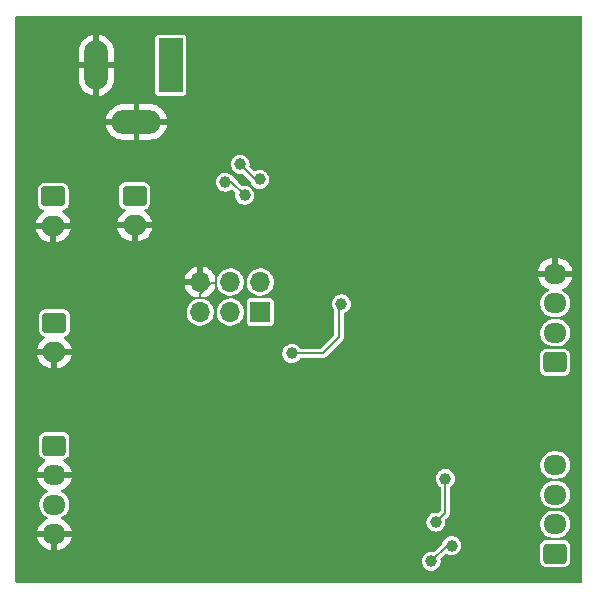
<source format=gbr>
%TF.GenerationSoftware,KiCad,Pcbnew,6.0.8-f2edbf62ab~116~ubuntu20.04.1*%
%TF.CreationDate,2022-11-29T14:24:58-06:00*%
%TF.ProjectId,glasses-display,676c6173-7365-4732-9d64-6973706c6179,rev?*%
%TF.SameCoordinates,Original*%
%TF.FileFunction,Copper,L2,Bot*%
%TF.FilePolarity,Positive*%
%FSLAX46Y46*%
G04 Gerber Fmt 4.6, Leading zero omitted, Abs format (unit mm)*
G04 Created by KiCad (PCBNEW 6.0.8-f2edbf62ab~116~ubuntu20.04.1) date 2022-11-29 14:24:58*
%MOMM*%
%LPD*%
G01*
G04 APERTURE LIST*
G04 Aperture macros list*
%AMRoundRect*
0 Rectangle with rounded corners*
0 $1 Rounding radius*
0 $2 $3 $4 $5 $6 $7 $8 $9 X,Y pos of 4 corners*
0 Add a 4 corners polygon primitive as box body*
4,1,4,$2,$3,$4,$5,$6,$7,$8,$9,$2,$3,0*
0 Add four circle primitives for the rounded corners*
1,1,$1+$1,$2,$3*
1,1,$1+$1,$4,$5*
1,1,$1+$1,$6,$7*
1,1,$1+$1,$8,$9*
0 Add four rect primitives between the rounded corners*
20,1,$1+$1,$2,$3,$4,$5,0*
20,1,$1+$1,$4,$5,$6,$7,0*
20,1,$1+$1,$6,$7,$8,$9,0*
20,1,$1+$1,$8,$9,$2,$3,0*%
G04 Aperture macros list end*
%TA.AperFunction,ComponentPad*%
%ADD10RoundRect,0.250000X0.725000X-0.600000X0.725000X0.600000X-0.725000X0.600000X-0.725000X-0.600000X0*%
%TD*%
%TA.AperFunction,ComponentPad*%
%ADD11O,1.950000X1.700000*%
%TD*%
%TA.AperFunction,ComponentPad*%
%ADD12R,1.700000X1.700000*%
%TD*%
%TA.AperFunction,ComponentPad*%
%ADD13O,1.700000X1.700000*%
%TD*%
%TA.AperFunction,ComponentPad*%
%ADD14RoundRect,0.250000X-0.750000X0.600000X-0.750000X-0.600000X0.750000X-0.600000X0.750000X0.600000X0*%
%TD*%
%TA.AperFunction,ComponentPad*%
%ADD15O,2.000000X1.700000*%
%TD*%
%TA.AperFunction,ComponentPad*%
%ADD16R,2.000000X4.600000*%
%TD*%
%TA.AperFunction,ComponentPad*%
%ADD17O,2.000000X4.200000*%
%TD*%
%TA.AperFunction,ComponentPad*%
%ADD18O,4.200000X2.000000*%
%TD*%
%TA.AperFunction,ComponentPad*%
%ADD19RoundRect,0.250000X-0.725000X0.600000X-0.725000X-0.600000X0.725000X-0.600000X0.725000X0.600000X0*%
%TD*%
%TA.AperFunction,ViaPad*%
%ADD20C,1.000000*%
%TD*%
%TA.AperFunction,Conductor*%
%ADD21C,0.200000*%
%TD*%
G04 APERTURE END LIST*
D10*
%TO.P,J6,1,Pin_1*%
%TO.N,unconnected-(J6-Pad1)*%
X96700000Y-80350000D03*
D11*
%TO.P,J6,2,Pin_2*%
%TO.N,RXD*%
X96700000Y-77850000D03*
%TO.P,J6,3,Pin_3*%
%TO.N,TXD*%
X96700000Y-75350000D03*
%TO.P,J6,4,Pin_4*%
%TO.N,GND*%
X96700000Y-72850000D03*
%TD*%
D12*
%TO.P,J7,1,Pin_1*%
%TO.N,/MISO*%
X71725000Y-76090000D03*
D13*
%TO.P,J7,2,Pin_2*%
%TO.N,VCC*%
X71725000Y-73550000D03*
%TO.P,J7,3,Pin_3*%
%TO.N,/SCK*%
X69185000Y-76090000D03*
%TO.P,J7,4,Pin_4*%
%TO.N,/MOSI*%
X69185000Y-73550000D03*
%TO.P,J7,5,Pin_5*%
%TO.N,~{RESET}*%
X66645000Y-76090000D03*
%TO.P,J7,6,Pin_6*%
%TO.N,GND*%
X66645000Y-73550000D03*
%TD*%
D14*
%TO.P,J2,1,Pin_1*%
%TO.N,VDD*%
X54200000Y-66300000D03*
D15*
%TO.P,J2,2,Pin_2*%
%TO.N,GND*%
X54200000Y-68800000D03*
%TD*%
D14*
%TO.P,J4,1,Pin_1*%
%TO.N,HOME_SWITCH*%
X54300000Y-77000000D03*
D15*
%TO.P,J4,2,Pin_2*%
%TO.N,GND*%
X54300000Y-79500000D03*
%TD*%
D10*
%TO.P,J8,1,Pin_1*%
%TO.N,/COILB2*%
X96700000Y-96550000D03*
D11*
%TO.P,J8,2,Pin_2*%
%TO.N,/COILB1*%
X96700000Y-94050000D03*
%TO.P,J8,3,Pin_3*%
%TO.N,/COILA2*%
X96700000Y-91550000D03*
%TO.P,J8,4,Pin_4*%
%TO.N,/COILA1*%
X96700000Y-89050000D03*
%TD*%
D14*
%TO.P,J3,1,Pin_1*%
%TO.N,VDD*%
X61100000Y-66250000D03*
D15*
%TO.P,J3,2,Pin_2*%
%TO.N,GND*%
X61100000Y-68750000D03*
%TD*%
D16*
%TO.P,J1,1*%
%TO.N,Net-(F1-Pad1)*%
X64150000Y-55200000D03*
D17*
%TO.P,J1,2*%
%TO.N,GND*%
X57850000Y-55200000D03*
D18*
%TO.P,J1,3*%
X61250000Y-60000000D03*
%TD*%
D19*
%TO.P,J5,1,Pin_1*%
%TO.N,VCC*%
X54300000Y-87400000D03*
D11*
%TO.P,J5,2,Pin_2*%
%TO.N,GND*%
X54300000Y-89900000D03*
%TO.P,J5,3,Pin_3*%
%TO.N,BUTTON*%
X54300000Y-92400000D03*
%TO.P,J5,4,Pin_4*%
%TO.N,GND*%
X54300000Y-94900000D03*
%TD*%
D20*
%TO.N,VDD*%
X87934787Y-95865213D03*
X86200000Y-97200000D03*
X86600000Y-93874500D03*
X87400000Y-90200000D03*
%TO.N,GND*%
X94400000Y-54000000D03*
X72000000Y-59400000D03*
X79400000Y-96200000D03*
X70600000Y-56400000D03*
X75600000Y-77599500D03*
X79800000Y-93400000D03*
X97800000Y-51600000D03*
X80800000Y-75200000D03*
X97800000Y-54200000D03*
X81600000Y-57200000D03*
X91000000Y-51800000D03*
X91400000Y-88600000D03*
X78000000Y-59600000D03*
X80800000Y-70200000D03*
X81000000Y-96200000D03*
X82600000Y-80200000D03*
X73400000Y-59400000D03*
X87800000Y-75200000D03*
X80800000Y-78800000D03*
X91200000Y-78000000D03*
X89200000Y-78000000D03*
X91600000Y-97000000D03*
X70600000Y-57800000D03*
X76000000Y-67400000D03*
X78000000Y-57200000D03*
X81600000Y-59600000D03*
X87200000Y-78000000D03*
X81000000Y-93400000D03*
X68800000Y-80600000D03*
X82600000Y-66400000D03*
%TO.N,HOME_SWITCH*%
X70028602Y-63600000D03*
X71671398Y-64871398D03*
%TO.N,BUTTON*%
X68763948Y-65092549D03*
X70400000Y-66200000D03*
%TO.N,~{RESET}*%
X78600000Y-75400000D03*
X74400000Y-79600000D03*
%TD*%
D21*
%TO.N,VDD*%
X87534787Y-95865213D02*
X87934787Y-95865213D01*
X87400000Y-90200000D02*
X87400000Y-93074500D01*
X86200000Y-97200000D02*
X87534787Y-95865213D01*
X87400000Y-93074500D02*
X86600000Y-93874500D01*
%TO.N,GND*%
X66660000Y-74540000D02*
X67600000Y-73600000D01*
X68000000Y-72400000D02*
X68000000Y-75000000D01*
X66660000Y-74940000D02*
X65460000Y-74940000D01*
X66645000Y-73550000D02*
X66645000Y-72155000D01*
X65460000Y-74940000D02*
X64600000Y-74080000D01*
X67940000Y-74940000D02*
X66660000Y-74940000D01*
X68000000Y-75000000D02*
X67940000Y-74940000D01*
X66800000Y-72000000D02*
X67600000Y-72000000D01*
X64600000Y-73600000D02*
X64800000Y-73400000D01*
X67600000Y-73600000D02*
X68000000Y-73600000D01*
X66660000Y-74940000D02*
X66660000Y-74540000D01*
X64600000Y-74080000D02*
X64600000Y-73600000D01*
X67600000Y-72000000D02*
X68000000Y-72400000D01*
X66645000Y-72155000D02*
X66800000Y-72000000D01*
%TO.N,HOME_SWITCH*%
X70028602Y-63600000D02*
X71300000Y-64871398D01*
X71300000Y-64871398D02*
X71671398Y-64871398D01*
%TO.N,BUTTON*%
X69292549Y-65092549D02*
X70400000Y-66200000D01*
X68763948Y-65092549D02*
X69292549Y-65092549D01*
%TO.N,~{RESET}*%
X78400000Y-75600000D02*
X78600000Y-75400000D01*
X77000000Y-79600000D02*
X78400000Y-78200000D01*
X74400000Y-79600000D02*
X77000000Y-79600000D01*
X78400000Y-78200000D02*
X78400000Y-75600000D01*
%TD*%
%TA.AperFunction,Conductor*%
%TO.N,GND*%
G36*
X98958691Y-51019407D02*
G01*
X98994655Y-51068907D01*
X98999500Y-51099500D01*
X98999500Y-98900500D01*
X98980593Y-98958691D01*
X98931093Y-98994655D01*
X98900500Y-98999500D01*
X51099500Y-98999500D01*
X51041309Y-98980593D01*
X51005345Y-98931093D01*
X51000500Y-98900500D01*
X51000500Y-97188753D01*
X85394514Y-97188753D01*
X85402424Y-97269424D01*
X85411499Y-97361984D01*
X85411500Y-97361989D01*
X85412039Y-97367486D01*
X85468726Y-97537896D01*
X85471591Y-97542627D01*
X85471593Y-97542631D01*
X85524525Y-97630032D01*
X85561759Y-97691512D01*
X85565607Y-97695497D01*
X85565608Y-97695498D01*
X85582697Y-97713194D01*
X85686514Y-97820699D01*
X85691139Y-97823725D01*
X85691142Y-97823728D01*
X85832163Y-97916009D01*
X85836789Y-97919036D01*
X86005116Y-97981636D01*
X86010602Y-97982368D01*
X86010606Y-97982369D01*
X86172408Y-98003957D01*
X86183130Y-98005388D01*
X86188636Y-98004887D01*
X86188638Y-98004887D01*
X86272556Y-97997250D01*
X86361981Y-97989112D01*
X86384990Y-97981636D01*
X86527517Y-97935326D01*
X86527519Y-97935325D01*
X86532782Y-97933615D01*
X86537538Y-97930780D01*
X86537540Y-97930779D01*
X86682293Y-97844489D01*
X86687044Y-97841657D01*
X86817099Y-97717807D01*
X86916483Y-97568222D01*
X86980257Y-97400336D01*
X87005251Y-97222493D01*
X87005565Y-97200000D01*
X87004754Y-97192772D01*
X95424500Y-97192772D01*
X95435364Y-97282547D01*
X95437706Y-97288461D01*
X95484049Y-97405511D01*
X95490887Y-97422783D01*
X95494967Y-97428158D01*
X95494968Y-97428160D01*
X95577995Y-97537543D01*
X95582078Y-97542922D01*
X95587457Y-97547005D01*
X95696840Y-97630032D01*
X95696842Y-97630033D01*
X95702217Y-97634113D01*
X95842453Y-97689636D01*
X95932228Y-97700500D01*
X97467772Y-97700500D01*
X97557547Y-97689636D01*
X97697783Y-97634113D01*
X97703158Y-97630033D01*
X97703160Y-97630032D01*
X97812543Y-97547005D01*
X97817922Y-97542922D01*
X97822005Y-97537543D01*
X97905032Y-97428160D01*
X97905033Y-97428158D01*
X97909113Y-97422783D01*
X97915952Y-97405511D01*
X97962294Y-97288461D01*
X97964636Y-97282547D01*
X97975500Y-97192772D01*
X97975500Y-95907228D01*
X97964636Y-95817453D01*
X97909113Y-95677217D01*
X97899545Y-95664611D01*
X97822005Y-95562457D01*
X97817922Y-95557078D01*
X97765306Y-95517140D01*
X97703160Y-95469968D01*
X97703158Y-95469967D01*
X97697783Y-95465887D01*
X97557547Y-95410364D01*
X97467772Y-95399500D01*
X95932228Y-95399500D01*
X95842453Y-95410364D01*
X95702217Y-95465887D01*
X95696842Y-95469967D01*
X95696840Y-95469968D01*
X95634694Y-95517140D01*
X95582078Y-95557078D01*
X95577995Y-95562457D01*
X95500456Y-95664611D01*
X95490887Y-95677217D01*
X95435364Y-95817453D01*
X95424500Y-95907228D01*
X95424500Y-97192772D01*
X87004754Y-97192772D01*
X86986754Y-97032299D01*
X86999057Y-96972364D01*
X87015133Y-96951260D01*
X87400182Y-96566211D01*
X87454699Y-96538434D01*
X87515131Y-96548005D01*
X87524394Y-96553375D01*
X87566946Y-96581220D01*
X87566951Y-96581223D01*
X87571576Y-96584249D01*
X87739903Y-96646849D01*
X87745389Y-96647581D01*
X87745393Y-96647582D01*
X87907195Y-96669170D01*
X87917917Y-96670601D01*
X87923423Y-96670100D01*
X87923425Y-96670100D01*
X88007342Y-96662463D01*
X88096768Y-96654325D01*
X88119777Y-96646849D01*
X88262304Y-96600539D01*
X88262306Y-96600538D01*
X88267569Y-96598828D01*
X88272325Y-96595993D01*
X88272327Y-96595992D01*
X88417080Y-96509702D01*
X88421831Y-96506870D01*
X88551886Y-96383020D01*
X88651270Y-96233435D01*
X88715044Y-96065549D01*
X88733383Y-95935056D01*
X88739605Y-95890788D01*
X88739605Y-95890786D01*
X88740038Y-95887706D01*
X88740352Y-95865213D01*
X88734995Y-95817453D01*
X88720950Y-95692238D01*
X88720949Y-95692234D01*
X88720333Y-95686741D01*
X88661272Y-95517140D01*
X88627693Y-95463402D01*
X88569034Y-95369528D01*
X88569032Y-95369526D01*
X88566103Y-95364838D01*
X88439557Y-95237406D01*
X88434642Y-95234287D01*
X88292597Y-95144142D01*
X88292596Y-95144141D01*
X88287923Y-95141176D01*
X88256313Y-95129920D01*
X88123947Y-95082787D01*
X88123948Y-95082787D01*
X88118738Y-95080932D01*
X88113251Y-95080278D01*
X88113248Y-95080277D01*
X87945907Y-95060323D01*
X87945904Y-95060323D01*
X87940411Y-95059668D01*
X87761804Y-95078440D01*
X87756564Y-95080224D01*
X87756563Y-95080224D01*
X87597036Y-95134531D01*
X87597032Y-95134533D01*
X87591794Y-95136316D01*
X87587084Y-95139214D01*
X87587079Y-95139216D01*
X87443694Y-95227428D01*
X87438832Y-95230419D01*
X87310519Y-95356072D01*
X87213233Y-95507030D01*
X87211342Y-95512226D01*
X87155878Y-95664611D01*
X87132852Y-95700755D01*
X86448264Y-96385343D01*
X86393747Y-96413120D01*
X86366541Y-96413643D01*
X86288569Y-96404346D01*
X86211120Y-96395110D01*
X86211117Y-96395110D01*
X86205624Y-96394455D01*
X86027017Y-96413227D01*
X86021777Y-96415011D01*
X86021776Y-96415011D01*
X85862249Y-96469318D01*
X85862245Y-96469320D01*
X85857007Y-96471103D01*
X85852297Y-96474001D01*
X85852292Y-96474003D01*
X85794886Y-96509320D01*
X85704045Y-96565206D01*
X85575732Y-96690859D01*
X85478446Y-96841817D01*
X85417022Y-97010578D01*
X85394514Y-97188753D01*
X51000500Y-97188753D01*
X51000500Y-95163864D01*
X52848079Y-95163864D01*
X52900451Y-95359318D01*
X52903397Y-95367411D01*
X52999570Y-95573653D01*
X53003882Y-95581123D01*
X53134411Y-95767537D01*
X53139944Y-95774132D01*
X53300868Y-95935056D01*
X53307463Y-95940589D01*
X53493877Y-96071118D01*
X53501347Y-96075430D01*
X53707589Y-96171603D01*
X53715682Y-96174549D01*
X53935512Y-96233452D01*
X53943980Y-96234945D01*
X54034379Y-96242854D01*
X54047377Y-96239854D01*
X54049313Y-96237626D01*
X54050000Y-96234251D01*
X54050000Y-96228541D01*
X54550000Y-96228541D01*
X54554122Y-96241226D01*
X54556511Y-96242962D01*
X54559932Y-96243352D01*
X54656020Y-96234945D01*
X54664488Y-96233452D01*
X54884318Y-96174549D01*
X54892411Y-96171603D01*
X55098653Y-96075430D01*
X55106123Y-96071118D01*
X55292537Y-95940589D01*
X55299132Y-95935056D01*
X55460056Y-95774132D01*
X55465589Y-95767537D01*
X55596118Y-95581124D01*
X55600430Y-95573654D01*
X55696603Y-95367411D01*
X55699549Y-95359318D01*
X55751578Y-95165143D01*
X55750935Y-95152860D01*
X55741281Y-95150000D01*
X54565680Y-95150000D01*
X54552995Y-95154122D01*
X54550000Y-95158243D01*
X54550000Y-96228541D01*
X54050000Y-96228541D01*
X54050000Y-95165680D01*
X54045878Y-95152995D01*
X54041757Y-95150000D01*
X52860044Y-95150000D01*
X52848342Y-95153802D01*
X52848079Y-95163864D01*
X51000500Y-95163864D01*
X51000500Y-90163864D01*
X52848079Y-90163864D01*
X52900451Y-90359318D01*
X52903397Y-90367411D01*
X52999570Y-90573653D01*
X53003882Y-90581123D01*
X53134411Y-90767537D01*
X53139944Y-90774132D01*
X53300868Y-90935056D01*
X53307463Y-90940589D01*
X53493877Y-91071118D01*
X53501347Y-91075430D01*
X53703985Y-91169922D01*
X53748733Y-91211650D01*
X53760408Y-91271711D01*
X53734550Y-91327164D01*
X53705932Y-91348436D01*
X53571290Y-91414835D01*
X53401867Y-91541349D01*
X53258337Y-91696619D01*
X53255919Y-91700452D01*
X53255917Y-91700454D01*
X53240580Y-91724762D01*
X53145505Y-91875446D01*
X53067152Y-92071840D01*
X53025901Y-92279225D01*
X53024537Y-92383401D01*
X53024207Y-92408651D01*
X53023133Y-92490654D01*
X53023902Y-92495127D01*
X53023902Y-92495132D01*
X53028371Y-92521138D01*
X53058941Y-92699047D01*
X53132127Y-92897425D01*
X53134446Y-92901324D01*
X53134449Y-92901329D01*
X53234566Y-93069610D01*
X53240238Y-93079144D01*
X53243233Y-93082559D01*
X53243235Y-93082562D01*
X53284961Y-93130141D01*
X53379655Y-93238119D01*
X53383217Y-93240927D01*
X53542143Y-93366214D01*
X53542146Y-93366216D01*
X53545708Y-93369024D01*
X53702591Y-93451564D01*
X53706430Y-93453584D01*
X53749124Y-93497411D01*
X53757904Y-93557964D01*
X53729415Y-93612112D01*
X53702174Y-93630922D01*
X53501343Y-93724572D01*
X53493877Y-93728882D01*
X53307463Y-93859411D01*
X53300868Y-93864944D01*
X53139944Y-94025868D01*
X53134411Y-94032463D01*
X53003882Y-94218876D01*
X52999570Y-94226346D01*
X52903397Y-94432589D01*
X52900451Y-94440682D01*
X52848422Y-94634857D01*
X52849065Y-94647140D01*
X52858719Y-94650000D01*
X55739956Y-94650000D01*
X55751658Y-94646198D01*
X55751921Y-94636136D01*
X55699549Y-94440682D01*
X55696603Y-94432589D01*
X55600430Y-94226347D01*
X55596118Y-94218877D01*
X55465589Y-94032463D01*
X55460056Y-94025868D01*
X55299132Y-93864944D01*
X55297116Y-93863253D01*
X85794514Y-93863253D01*
X85800546Y-93924771D01*
X85811499Y-94036484D01*
X85811500Y-94036489D01*
X85812039Y-94041986D01*
X85868726Y-94212396D01*
X85871591Y-94217127D01*
X85871593Y-94217131D01*
X85958890Y-94361275D01*
X85961759Y-94366012D01*
X86086514Y-94495199D01*
X86091139Y-94498225D01*
X86091142Y-94498228D01*
X86207781Y-94574554D01*
X86236789Y-94593536D01*
X86405116Y-94656136D01*
X86410602Y-94656868D01*
X86410606Y-94656869D01*
X86572408Y-94678457D01*
X86583130Y-94679888D01*
X86588636Y-94679387D01*
X86588638Y-94679387D01*
X86672556Y-94671750D01*
X86761981Y-94663612D01*
X86784990Y-94656136D01*
X86927517Y-94609826D01*
X86927519Y-94609825D01*
X86932782Y-94608115D01*
X86937538Y-94605280D01*
X86937540Y-94605279D01*
X87082293Y-94518989D01*
X87087044Y-94516157D01*
X87217099Y-94392307D01*
X87316483Y-94242722D01*
X87355255Y-94140654D01*
X95423133Y-94140654D01*
X95423902Y-94145127D01*
X95423902Y-94145132D01*
X95439783Y-94237550D01*
X95458941Y-94349047D01*
X95532127Y-94547425D01*
X95534446Y-94551324D01*
X95534449Y-94551329D01*
X95610498Y-94679156D01*
X95640238Y-94729144D01*
X95643233Y-94732559D01*
X95643235Y-94732562D01*
X95733718Y-94835738D01*
X95779655Y-94888119D01*
X95783217Y-94890927D01*
X95942143Y-95016214D01*
X95942146Y-95016216D01*
X95945708Y-95019024D01*
X95949726Y-95021138D01*
X96128825Y-95115367D01*
X96128828Y-95115368D01*
X96132836Y-95117477D01*
X96162462Y-95126676D01*
X96330434Y-95178833D01*
X96330437Y-95178834D01*
X96334773Y-95180180D01*
X96339283Y-95180714D01*
X96339284Y-95180714D01*
X96374213Y-95184848D01*
X96506455Y-95200500D01*
X96878641Y-95200500D01*
X97035560Y-95186081D01*
X97184266Y-95144142D01*
X97234694Y-95129920D01*
X97234695Y-95129920D01*
X97239069Y-95128686D01*
X97428710Y-95035165D01*
X97598133Y-94908651D01*
X97741663Y-94753381D01*
X97756956Y-94729144D01*
X97852074Y-94578391D01*
X97854495Y-94574554D01*
X97932848Y-94378160D01*
X97974099Y-94170775D01*
X97976867Y-93959346D01*
X97972472Y-93933764D01*
X97941827Y-93755425D01*
X97941059Y-93750953D01*
X97867873Y-93552575D01*
X97865554Y-93548676D01*
X97865551Y-93548671D01*
X97762086Y-93374762D01*
X97762085Y-93374761D01*
X97759762Y-93370856D01*
X97755692Y-93366214D01*
X97648139Y-93243574D01*
X97620345Y-93211881D01*
X97539950Y-93148503D01*
X97457857Y-93083786D01*
X97457854Y-93083784D01*
X97454292Y-93080976D01*
X97423613Y-93064835D01*
X97271175Y-92984633D01*
X97271172Y-92984632D01*
X97267164Y-92982523D01*
X97122498Y-92937603D01*
X97069566Y-92921167D01*
X97069563Y-92921166D01*
X97065227Y-92919820D01*
X97060717Y-92919286D01*
X97060716Y-92919286D01*
X97015370Y-92913919D01*
X96893545Y-92899500D01*
X96521359Y-92899500D01*
X96364440Y-92913919D01*
X96160931Y-92971314D01*
X95971290Y-93064835D01*
X95801867Y-93191349D01*
X95658337Y-93346619D01*
X95655919Y-93350452D01*
X95655917Y-93350454D01*
X95563194Y-93497411D01*
X95545505Y-93525446D01*
X95467152Y-93721840D01*
X95425901Y-93929225D01*
X95423133Y-94140654D01*
X87355255Y-94140654D01*
X87380257Y-94074836D01*
X87405251Y-93896993D01*
X87405565Y-93874500D01*
X87403873Y-93859411D01*
X87391707Y-93750953D01*
X87386754Y-93706799D01*
X87399057Y-93646864D01*
X87415133Y-93625760D01*
X87705484Y-93335409D01*
X87705487Y-93335405D01*
X87728050Y-93312842D01*
X87739001Y-93291349D01*
X87747113Y-93278110D01*
X87761296Y-93258589D01*
X87763702Y-93251184D01*
X87763704Y-93251180D01*
X87768751Y-93235645D01*
X87774694Y-93221299D01*
X87785646Y-93199804D01*
X87789419Y-93175981D01*
X87793045Y-93160875D01*
X87797065Y-93148503D01*
X87800500Y-93137933D01*
X87800500Y-91640654D01*
X95423133Y-91640654D01*
X95423902Y-91645127D01*
X95423902Y-91645132D01*
X95429074Y-91675229D01*
X95458941Y-91849047D01*
X95532127Y-92047425D01*
X95534446Y-92051324D01*
X95534449Y-92051329D01*
X95566633Y-92105425D01*
X95640238Y-92229144D01*
X95643233Y-92232559D01*
X95643235Y-92232562D01*
X95733718Y-92335738D01*
X95779655Y-92388119D01*
X95783217Y-92390927D01*
X95942143Y-92516214D01*
X95942146Y-92516216D01*
X95945708Y-92519024D01*
X95949726Y-92521138D01*
X96128825Y-92615367D01*
X96128828Y-92615368D01*
X96132836Y-92617477D01*
X96162462Y-92626676D01*
X96330434Y-92678833D01*
X96330437Y-92678834D01*
X96334773Y-92680180D01*
X96339283Y-92680714D01*
X96339284Y-92680714D01*
X96374213Y-92684848D01*
X96506455Y-92700500D01*
X96878641Y-92700500D01*
X97035560Y-92686081D01*
X97239069Y-92628686D01*
X97428710Y-92535165D01*
X97598133Y-92408651D01*
X97741663Y-92253381D01*
X97756956Y-92229144D01*
X97852074Y-92078391D01*
X97854495Y-92074554D01*
X97932848Y-91878160D01*
X97974099Y-91670775D01*
X97975750Y-91544682D01*
X97976808Y-91463886D01*
X97976808Y-91463881D01*
X97976867Y-91459346D01*
X97972472Y-91433764D01*
X97953149Y-91321314D01*
X97941059Y-91250953D01*
X97867873Y-91052575D01*
X97865554Y-91048676D01*
X97865551Y-91048671D01*
X97762086Y-90874762D01*
X97762085Y-90874761D01*
X97759762Y-90870856D01*
X97754913Y-90865326D01*
X97623337Y-90715293D01*
X97620345Y-90711881D01*
X97588498Y-90686775D01*
X97457857Y-90583786D01*
X97457854Y-90583784D01*
X97454292Y-90580976D01*
X97420220Y-90563050D01*
X97271175Y-90484633D01*
X97271172Y-90484632D01*
X97267164Y-90482523D01*
X97187310Y-90457728D01*
X97069566Y-90421167D01*
X97069563Y-90421166D01*
X97065227Y-90419820D01*
X97060717Y-90419286D01*
X97060716Y-90419286D01*
X97015370Y-90413919D01*
X96893545Y-90399500D01*
X96521359Y-90399500D01*
X96364440Y-90413919D01*
X96160931Y-90471314D01*
X95971290Y-90564835D01*
X95801867Y-90691349D01*
X95658337Y-90846619D01*
X95655919Y-90850452D01*
X95655917Y-90850454D01*
X95640580Y-90874762D01*
X95545505Y-91025446D01*
X95467152Y-91221840D01*
X95425901Y-91429225D01*
X95424537Y-91533401D01*
X95424120Y-91565293D01*
X95423133Y-91640654D01*
X87800500Y-91640654D01*
X87800500Y-90949487D01*
X87819407Y-90891296D01*
X87848808Y-90864450D01*
X87882293Y-90844489D01*
X87887044Y-90841657D01*
X88017099Y-90717807D01*
X88116483Y-90568222D01*
X88180257Y-90400336D01*
X88205251Y-90222493D01*
X88205565Y-90200000D01*
X88204921Y-90194256D01*
X88186163Y-90027025D01*
X88186162Y-90027021D01*
X88185546Y-90021528D01*
X88126485Y-89851927D01*
X88102799Y-89814021D01*
X88034247Y-89704315D01*
X88034245Y-89704313D01*
X88031316Y-89699625D01*
X87904770Y-89572193D01*
X87899855Y-89569074D01*
X87757810Y-89478929D01*
X87757809Y-89478928D01*
X87753136Y-89475963D01*
X87583951Y-89415719D01*
X87578464Y-89415065D01*
X87578461Y-89415064D01*
X87411120Y-89395110D01*
X87411117Y-89395110D01*
X87405624Y-89394455D01*
X87227017Y-89413227D01*
X87221777Y-89415011D01*
X87221776Y-89415011D01*
X87062249Y-89469318D01*
X87062245Y-89469320D01*
X87057007Y-89471103D01*
X87052297Y-89474001D01*
X87052292Y-89474003D01*
X86926602Y-89551329D01*
X86904045Y-89565206D01*
X86775732Y-89690859D01*
X86678446Y-89841817D01*
X86617022Y-90010578D01*
X86594514Y-90188753D01*
X86602424Y-90269424D01*
X86611499Y-90361984D01*
X86611500Y-90361989D01*
X86612039Y-90367486D01*
X86668726Y-90537896D01*
X86671591Y-90542627D01*
X86671593Y-90542631D01*
X86758890Y-90686775D01*
X86761759Y-90691512D01*
X86765607Y-90695497D01*
X86765608Y-90695498D01*
X86781429Y-90711881D01*
X86886514Y-90820699D01*
X86891139Y-90823725D01*
X86891148Y-90823733D01*
X86954709Y-90865326D01*
X86993048Y-90913010D01*
X86999500Y-90948165D01*
X86999500Y-92867599D01*
X86980593Y-92925790D01*
X86970504Y-92937603D01*
X86848264Y-93059843D01*
X86793747Y-93087620D01*
X86766541Y-93088143D01*
X86688569Y-93078846D01*
X86611120Y-93069610D01*
X86611117Y-93069610D01*
X86605624Y-93068955D01*
X86427017Y-93087727D01*
X86421777Y-93089511D01*
X86421776Y-93089511D01*
X86262249Y-93143818D01*
X86262245Y-93143820D01*
X86257007Y-93145603D01*
X86252297Y-93148501D01*
X86252292Y-93148503D01*
X86133978Y-93221291D01*
X86104045Y-93239706D01*
X86100096Y-93243574D01*
X86100095Y-93243574D01*
X86084762Y-93258589D01*
X85975732Y-93365359D01*
X85878446Y-93516317D01*
X85817022Y-93685078D01*
X85794514Y-93863253D01*
X55297116Y-93863253D01*
X55292537Y-93859411D01*
X55106123Y-93728882D01*
X55098653Y-93724570D01*
X54896015Y-93630078D01*
X54851267Y-93588350D01*
X54839592Y-93528289D01*
X54865450Y-93472836D01*
X54894067Y-93451564D01*
X55024638Y-93387173D01*
X55024637Y-93387173D01*
X55028710Y-93385165D01*
X55154345Y-93291349D01*
X55194496Y-93261367D01*
X55194497Y-93261366D01*
X55198133Y-93258651D01*
X55341663Y-93103381D01*
X55350415Y-93089511D01*
X55452074Y-92928391D01*
X55454495Y-92924554D01*
X55532848Y-92728160D01*
X55574099Y-92520775D01*
X55575836Y-92388119D01*
X55576808Y-92313886D01*
X55576808Y-92313881D01*
X55576867Y-92309346D01*
X55572472Y-92283764D01*
X55541827Y-92105425D01*
X55541059Y-92100953D01*
X55467873Y-91902575D01*
X55465554Y-91898676D01*
X55465551Y-91898671D01*
X55362086Y-91724762D01*
X55362085Y-91724761D01*
X55359762Y-91720856D01*
X55335587Y-91693289D01*
X55223337Y-91565293D01*
X55220345Y-91561881D01*
X55190855Y-91538633D01*
X55057857Y-91433786D01*
X55057854Y-91433784D01*
X55054292Y-91430976D01*
X54893570Y-91346416D01*
X54850876Y-91302589D01*
X54842096Y-91242036D01*
X54870585Y-91187888D01*
X54897826Y-91169078D01*
X55098657Y-91075428D01*
X55106123Y-91071118D01*
X55292537Y-90940589D01*
X55299132Y-90935056D01*
X55460056Y-90774132D01*
X55465589Y-90767537D01*
X55596118Y-90581124D01*
X55600430Y-90573654D01*
X55696603Y-90367411D01*
X55699549Y-90359318D01*
X55751578Y-90165143D01*
X55750935Y-90152860D01*
X55741281Y-90150000D01*
X52860044Y-90150000D01*
X52848342Y-90153802D01*
X52848079Y-90163864D01*
X51000500Y-90163864D01*
X51000500Y-89634857D01*
X52848422Y-89634857D01*
X52849065Y-89647140D01*
X52858719Y-89650000D01*
X55739956Y-89650000D01*
X55751658Y-89646198D01*
X55751921Y-89636136D01*
X55699549Y-89440682D01*
X55696603Y-89432589D01*
X55600430Y-89226347D01*
X55596118Y-89218877D01*
X55541345Y-89140654D01*
X95423133Y-89140654D01*
X95423902Y-89145127D01*
X95423902Y-89145132D01*
X95441647Y-89248399D01*
X95458941Y-89349047D01*
X95532127Y-89547425D01*
X95534446Y-89551324D01*
X95534449Y-89551329D01*
X95620341Y-89695700D01*
X95640238Y-89729144D01*
X95643233Y-89732559D01*
X95643235Y-89732562D01*
X95733718Y-89835738D01*
X95779655Y-89888119D01*
X95783217Y-89890927D01*
X95942143Y-90016214D01*
X95942146Y-90016216D01*
X95945708Y-90019024D01*
X95949726Y-90021138D01*
X96128825Y-90115367D01*
X96128828Y-90115368D01*
X96132836Y-90117477D01*
X96162462Y-90126676D01*
X96330434Y-90178833D01*
X96330437Y-90178834D01*
X96334773Y-90180180D01*
X96339283Y-90180714D01*
X96339284Y-90180714D01*
X96360821Y-90183263D01*
X96506455Y-90200500D01*
X96878641Y-90200500D01*
X97035560Y-90186081D01*
X97239069Y-90128686D01*
X97428710Y-90035165D01*
X97598133Y-89908651D01*
X97741663Y-89753381D01*
X97756956Y-89729144D01*
X97852074Y-89578391D01*
X97854495Y-89574554D01*
X97932848Y-89378160D01*
X97974099Y-89170775D01*
X97976867Y-88959346D01*
X97972472Y-88933764D01*
X97941827Y-88755425D01*
X97941059Y-88750953D01*
X97867873Y-88552575D01*
X97865554Y-88548676D01*
X97865551Y-88548671D01*
X97762086Y-88374762D01*
X97762085Y-88374761D01*
X97759762Y-88370856D01*
X97735587Y-88343289D01*
X97623337Y-88215293D01*
X97620345Y-88211881D01*
X97511701Y-88126233D01*
X97457857Y-88083786D01*
X97457854Y-88083784D01*
X97454292Y-88080976D01*
X97423613Y-88064835D01*
X97271175Y-87984633D01*
X97271172Y-87984632D01*
X97267164Y-87982523D01*
X97187310Y-87957728D01*
X97069566Y-87921167D01*
X97069563Y-87921166D01*
X97065227Y-87919820D01*
X97060717Y-87919286D01*
X97060716Y-87919286D01*
X97015370Y-87913919D01*
X96893545Y-87899500D01*
X96521359Y-87899500D01*
X96364440Y-87913919D01*
X96160931Y-87971314D01*
X95971290Y-88064835D01*
X95801867Y-88191349D01*
X95658337Y-88346619D01*
X95655919Y-88350452D01*
X95655917Y-88350454D01*
X95574159Y-88480032D01*
X95545505Y-88525446D01*
X95467152Y-88721840D01*
X95425901Y-88929225D01*
X95423133Y-89140654D01*
X55541345Y-89140654D01*
X55465589Y-89032463D01*
X55460056Y-89025868D01*
X55299132Y-88864944D01*
X55292537Y-88859411D01*
X55106119Y-88728879D01*
X55101036Y-88725945D01*
X55060093Y-88680477D01*
X55053696Y-88619627D01*
X55084286Y-88566638D01*
X55138640Y-88541924D01*
X55157547Y-88539636D01*
X55297783Y-88484113D01*
X55303158Y-88480033D01*
X55303160Y-88480032D01*
X55412543Y-88397005D01*
X55417922Y-88392922D01*
X55509113Y-88272783D01*
X55564636Y-88132547D01*
X55575500Y-88042772D01*
X55575500Y-86757228D01*
X55564636Y-86667453D01*
X55509113Y-86527217D01*
X55417922Y-86407078D01*
X55412543Y-86402995D01*
X55303160Y-86319968D01*
X55303158Y-86319967D01*
X55297783Y-86315887D01*
X55157547Y-86260364D01*
X55067772Y-86249500D01*
X53532228Y-86249500D01*
X53442453Y-86260364D01*
X53302217Y-86315887D01*
X53296842Y-86319967D01*
X53296840Y-86319968D01*
X53187457Y-86402995D01*
X53182078Y-86407078D01*
X53090887Y-86527217D01*
X53035364Y-86667453D01*
X53024500Y-86757228D01*
X53024500Y-88042772D01*
X53035364Y-88132547D01*
X53090887Y-88272783D01*
X53182078Y-88392922D01*
X53187457Y-88397005D01*
X53296840Y-88480032D01*
X53296842Y-88480033D01*
X53302217Y-88484113D01*
X53442453Y-88539636D01*
X53461360Y-88541924D01*
X53516858Y-88567685D01*
X53546615Y-88621147D01*
X53539265Y-88681889D01*
X53498964Y-88725945D01*
X53493881Y-88728879D01*
X53307463Y-88859411D01*
X53300868Y-88864944D01*
X53139944Y-89025868D01*
X53134411Y-89032463D01*
X53003882Y-89218876D01*
X52999570Y-89226346D01*
X52903397Y-89432589D01*
X52900451Y-89440682D01*
X52848422Y-89634857D01*
X51000500Y-89634857D01*
X51000500Y-80992772D01*
X95424500Y-80992772D01*
X95435364Y-81082547D01*
X95490887Y-81222783D01*
X95582078Y-81342922D01*
X95587457Y-81347005D01*
X95696840Y-81430032D01*
X95696842Y-81430033D01*
X95702217Y-81434113D01*
X95842453Y-81489636D01*
X95932228Y-81500500D01*
X97467772Y-81500500D01*
X97557547Y-81489636D01*
X97697783Y-81434113D01*
X97703158Y-81430033D01*
X97703160Y-81430032D01*
X97812543Y-81347005D01*
X97817922Y-81342922D01*
X97909113Y-81222783D01*
X97964636Y-81082547D01*
X97975500Y-80992772D01*
X97975500Y-79707228D01*
X97964636Y-79617453D01*
X97909113Y-79477217D01*
X97862701Y-79416071D01*
X97822005Y-79362457D01*
X97817922Y-79357078D01*
X97812543Y-79352995D01*
X97703160Y-79269968D01*
X97703158Y-79269967D01*
X97697783Y-79265887D01*
X97557547Y-79210364D01*
X97467772Y-79199500D01*
X95932228Y-79199500D01*
X95842453Y-79210364D01*
X95702217Y-79265887D01*
X95696842Y-79269967D01*
X95696840Y-79269968D01*
X95587457Y-79352995D01*
X95582078Y-79357078D01*
X95577995Y-79362457D01*
X95537300Y-79416071D01*
X95490887Y-79477217D01*
X95435364Y-79617453D01*
X95424500Y-79707228D01*
X95424500Y-80992772D01*
X51000500Y-80992772D01*
X51000500Y-79763864D01*
X52823079Y-79763864D01*
X52875451Y-79959318D01*
X52878397Y-79967411D01*
X52974570Y-80173653D01*
X52978882Y-80181123D01*
X53109411Y-80367537D01*
X53114944Y-80374132D01*
X53275868Y-80535056D01*
X53282463Y-80540589D01*
X53468877Y-80671118D01*
X53476347Y-80675430D01*
X53682589Y-80771603D01*
X53690682Y-80774549D01*
X53910502Y-80833450D01*
X53918990Y-80834946D01*
X54034379Y-80845041D01*
X54047376Y-80842041D01*
X54049313Y-80839813D01*
X54050000Y-80836436D01*
X54050000Y-80830728D01*
X54550000Y-80830728D01*
X54554122Y-80843413D01*
X54556511Y-80845149D01*
X54559932Y-80845539D01*
X54681010Y-80834946D01*
X54689498Y-80833450D01*
X54909318Y-80774549D01*
X54917411Y-80771603D01*
X55123653Y-80675430D01*
X55131123Y-80671118D01*
X55317537Y-80540589D01*
X55324132Y-80535056D01*
X55485056Y-80374132D01*
X55490589Y-80367537D01*
X55621118Y-80181124D01*
X55625430Y-80173654D01*
X55721603Y-79967411D01*
X55724549Y-79959318D01*
X55776578Y-79765143D01*
X55775935Y-79752860D01*
X55766281Y-79750000D01*
X54565680Y-79750000D01*
X54552995Y-79754122D01*
X54550000Y-79758243D01*
X54550000Y-80830728D01*
X54050000Y-80830728D01*
X54050000Y-79765680D01*
X54045878Y-79752995D01*
X54041757Y-79750000D01*
X52835044Y-79750000D01*
X52823342Y-79753802D01*
X52823079Y-79763864D01*
X51000500Y-79763864D01*
X51000500Y-79588753D01*
X73594514Y-79588753D01*
X73597328Y-79617453D01*
X73611499Y-79761984D01*
X73611500Y-79761989D01*
X73612039Y-79767486D01*
X73668726Y-79937896D01*
X73671591Y-79942627D01*
X73671593Y-79942631D01*
X73733417Y-80044714D01*
X73761759Y-80091512D01*
X73886514Y-80220699D01*
X73891139Y-80223725D01*
X73891142Y-80223728D01*
X74032163Y-80316009D01*
X74036789Y-80319036D01*
X74205116Y-80381636D01*
X74210602Y-80382368D01*
X74210606Y-80382369D01*
X74372408Y-80403957D01*
X74383130Y-80405388D01*
X74388636Y-80404887D01*
X74388638Y-80404887D01*
X74472556Y-80397250D01*
X74561981Y-80389112D01*
X74584990Y-80381636D01*
X74727517Y-80335326D01*
X74727519Y-80335325D01*
X74732782Y-80333615D01*
X74737538Y-80330780D01*
X74737540Y-80330779D01*
X74882293Y-80244489D01*
X74887044Y-80241657D01*
X75017099Y-80117807D01*
X75065662Y-80044714D01*
X75113612Y-80006709D01*
X75148121Y-80000500D01*
X77063433Y-80000500D01*
X77086380Y-79993044D01*
X77101481Y-79989419D01*
X77117609Y-79986865D01*
X77117611Y-79986864D01*
X77125304Y-79985646D01*
X77146797Y-79974695D01*
X77161143Y-79968752D01*
X77176679Y-79963704D01*
X77184090Y-79961296D01*
X77203607Y-79947116D01*
X77216846Y-79939002D01*
X77238342Y-79928050D01*
X77260905Y-79905487D01*
X77260909Y-79905484D01*
X78705484Y-78460909D01*
X78705487Y-78460905D01*
X78728050Y-78438342D01*
X78739002Y-78416846D01*
X78747117Y-78403605D01*
X78756715Y-78390395D01*
X78761296Y-78384090D01*
X78768752Y-78361143D01*
X78774695Y-78346797D01*
X78785646Y-78325304D01*
X78789419Y-78301481D01*
X78793045Y-78286375D01*
X78794503Y-78281889D01*
X78800500Y-78263433D01*
X78800500Y-77940654D01*
X95423133Y-77940654D01*
X95423902Y-77945127D01*
X95423902Y-77945132D01*
X95432816Y-77997005D01*
X95458941Y-78149047D01*
X95532127Y-78347425D01*
X95534446Y-78351324D01*
X95534449Y-78351329D01*
X95602043Y-78464944D01*
X95640238Y-78529144D01*
X95643233Y-78532559D01*
X95643235Y-78532562D01*
X95725062Y-78625868D01*
X95779655Y-78688119D01*
X95783217Y-78690927D01*
X95942143Y-78816214D01*
X95942146Y-78816216D01*
X95945708Y-78819024D01*
X95949726Y-78821138D01*
X96128825Y-78915367D01*
X96128828Y-78915368D01*
X96132836Y-78917477D01*
X96162462Y-78926676D01*
X96330434Y-78978833D01*
X96330437Y-78978834D01*
X96334773Y-78980180D01*
X96339283Y-78980714D01*
X96339284Y-78980714D01*
X96374213Y-78984848D01*
X96506455Y-79000500D01*
X96878641Y-79000500D01*
X97035560Y-78986081D01*
X97239069Y-78928686D01*
X97428710Y-78835165D01*
X97598133Y-78708651D01*
X97741663Y-78553381D01*
X97756956Y-78529144D01*
X97852074Y-78378391D01*
X97854495Y-78374554D01*
X97932848Y-78178160D01*
X97974099Y-77970775D01*
X97976867Y-77759346D01*
X97973279Y-77738461D01*
X97941827Y-77555425D01*
X97941059Y-77550953D01*
X97867873Y-77352575D01*
X97865554Y-77348676D01*
X97865551Y-77348671D01*
X97762086Y-77174762D01*
X97762085Y-77174761D01*
X97759762Y-77170856D01*
X97738839Y-77146997D01*
X97625391Y-77017635D01*
X97620345Y-77011881D01*
X97482888Y-76903519D01*
X97457857Y-76883786D01*
X97457854Y-76883784D01*
X97454292Y-76880976D01*
X97423613Y-76864835D01*
X97271175Y-76784633D01*
X97271172Y-76784632D01*
X97267164Y-76782523D01*
X97144523Y-76744442D01*
X97069566Y-76721167D01*
X97069563Y-76721166D01*
X97065227Y-76719820D01*
X97060717Y-76719286D01*
X97060716Y-76719286D01*
X97015370Y-76713919D01*
X96893545Y-76699500D01*
X96521359Y-76699500D01*
X96364440Y-76713919D01*
X96360068Y-76715152D01*
X96256213Y-76744442D01*
X96160931Y-76771314D01*
X95971290Y-76864835D01*
X95801867Y-76991349D01*
X95658337Y-77146619D01*
X95655919Y-77150452D01*
X95655917Y-77150454D01*
X95600447Y-77238368D01*
X95545505Y-77325446D01*
X95467152Y-77521840D01*
X95425901Y-77729225D01*
X95424537Y-77833401D01*
X95424022Y-77872783D01*
X95423133Y-77940654D01*
X78800500Y-77940654D01*
X78800500Y-76248524D01*
X78819407Y-76190333D01*
X78868908Y-76154369D01*
X78927514Y-76135327D01*
X78927517Y-76135326D01*
X78932782Y-76133615D01*
X78937538Y-76130780D01*
X78937540Y-76130779D01*
X79056686Y-76059754D01*
X79087044Y-76041657D01*
X79217099Y-75917807D01*
X79316483Y-75768222D01*
X79380257Y-75600336D01*
X79397092Y-75480545D01*
X79404818Y-75425575D01*
X79404818Y-75425573D01*
X79405251Y-75422493D01*
X79405565Y-75400000D01*
X79404921Y-75394256D01*
X79386163Y-75227025D01*
X79386162Y-75227021D01*
X79385546Y-75221528D01*
X79329432Y-75060389D01*
X79328305Y-75057153D01*
X79328305Y-75057152D01*
X79326485Y-75051927D01*
X79284258Y-74984350D01*
X79234247Y-74904315D01*
X79234245Y-74904313D01*
X79231316Y-74899625D01*
X79156762Y-74824549D01*
X79108671Y-74776121D01*
X79108669Y-74776120D01*
X79104770Y-74772193D01*
X79099855Y-74769074D01*
X78957810Y-74678929D01*
X78957809Y-74678928D01*
X78953136Y-74675963D01*
X78946231Y-74673504D01*
X78789160Y-74617574D01*
X78789161Y-74617574D01*
X78783951Y-74615719D01*
X78778464Y-74615065D01*
X78778461Y-74615064D01*
X78611120Y-74595110D01*
X78611117Y-74595110D01*
X78605624Y-74594455D01*
X78427017Y-74613227D01*
X78421777Y-74615011D01*
X78421776Y-74615011D01*
X78262249Y-74669318D01*
X78262245Y-74669320D01*
X78257007Y-74671103D01*
X78252297Y-74674001D01*
X78252292Y-74674003D01*
X78108907Y-74762215D01*
X78104045Y-74765206D01*
X78100096Y-74769074D01*
X78100095Y-74769074D01*
X78036218Y-74831627D01*
X77975732Y-74890859D01*
X77878446Y-75041817D01*
X77817022Y-75210578D01*
X77794514Y-75388753D01*
X77799158Y-75436114D01*
X77811499Y-75561984D01*
X77811500Y-75561989D01*
X77812039Y-75567486D01*
X77868726Y-75737896D01*
X77871591Y-75742627D01*
X77871593Y-75742631D01*
X77958892Y-75886779D01*
X77958895Y-75886783D01*
X77961759Y-75891512D01*
X77965601Y-75895491D01*
X77965603Y-75895493D01*
X77971716Y-75901823D01*
X77998537Y-75956816D01*
X77999500Y-75970593D01*
X77999500Y-77993099D01*
X77980593Y-78051290D01*
X77970504Y-78063103D01*
X76863103Y-79170504D01*
X76808586Y-79198281D01*
X76793099Y-79199500D01*
X75148602Y-79199500D01*
X75090411Y-79180593D01*
X75064645Y-79152962D01*
X75034247Y-79104315D01*
X75034245Y-79104313D01*
X75031316Y-79099625D01*
X74918974Y-78986496D01*
X74908671Y-78976121D01*
X74908669Y-78976120D01*
X74904770Y-78972193D01*
X74899855Y-78969074D01*
X74757810Y-78878929D01*
X74757809Y-78878928D01*
X74753136Y-78875963D01*
X74583951Y-78815719D01*
X74578464Y-78815065D01*
X74578461Y-78815064D01*
X74411120Y-78795110D01*
X74411117Y-78795110D01*
X74405624Y-78794455D01*
X74227017Y-78813227D01*
X74221777Y-78815011D01*
X74221776Y-78815011D01*
X74062249Y-78869318D01*
X74062245Y-78869320D01*
X74057007Y-78871103D01*
X74052297Y-78874001D01*
X74052292Y-78874003D01*
X73963407Y-78928686D01*
X73904045Y-78965206D01*
X73900096Y-78969074D01*
X73900095Y-78969074D01*
X73888754Y-78980180D01*
X73775732Y-79090859D01*
X73678446Y-79241817D01*
X73617022Y-79410578D01*
X73594514Y-79588753D01*
X51000500Y-79588753D01*
X51000500Y-79234857D01*
X52823422Y-79234857D01*
X52824065Y-79247140D01*
X52833719Y-79250000D01*
X55764956Y-79250000D01*
X55776658Y-79246198D01*
X55776921Y-79236136D01*
X55724549Y-79040682D01*
X55721603Y-79032589D01*
X55625430Y-78826347D01*
X55621118Y-78818877D01*
X55490589Y-78632463D01*
X55485056Y-78625868D01*
X55324132Y-78464944D01*
X55317537Y-78459411D01*
X55131119Y-78328879D01*
X55126036Y-78325945D01*
X55085093Y-78280477D01*
X55078696Y-78219627D01*
X55109286Y-78166638D01*
X55163640Y-78141924D01*
X55182547Y-78139636D01*
X55322783Y-78084113D01*
X55328158Y-78080033D01*
X55328160Y-78080032D01*
X55437543Y-77997005D01*
X55442922Y-77992922D01*
X55534113Y-77872783D01*
X55589636Y-77732547D01*
X55600500Y-77642772D01*
X55600500Y-76357228D01*
X55589636Y-76267453D01*
X55544467Y-76153369D01*
X55536598Y-76133493D01*
X55536597Y-76133492D01*
X55534113Y-76127217D01*
X55508076Y-76092914D01*
X55447005Y-76012457D01*
X55442922Y-76007078D01*
X55342159Y-75930594D01*
X55328160Y-75919968D01*
X55328158Y-75919967D01*
X55322783Y-75915887D01*
X55315982Y-75913194D01*
X55242144Y-75883960D01*
X55182547Y-75860364D01*
X55092772Y-75849500D01*
X53507228Y-75849500D01*
X53417453Y-75860364D01*
X53357856Y-75883960D01*
X53284019Y-75913194D01*
X53277217Y-75915887D01*
X53271842Y-75919967D01*
X53271840Y-75919968D01*
X53257841Y-75930594D01*
X53157078Y-76007078D01*
X53152995Y-76012457D01*
X53091925Y-76092914D01*
X53065887Y-76127217D01*
X53063403Y-76133492D01*
X53063402Y-76133493D01*
X53055533Y-76153369D01*
X53010364Y-76267453D01*
X52999500Y-76357228D01*
X52999500Y-77642772D01*
X53010364Y-77732547D01*
X53065887Y-77872783D01*
X53157078Y-77992922D01*
X53162457Y-77997005D01*
X53271840Y-78080032D01*
X53271842Y-78080033D01*
X53277217Y-78084113D01*
X53417453Y-78139636D01*
X53436360Y-78141924D01*
X53491858Y-78167685D01*
X53521615Y-78221147D01*
X53514265Y-78281889D01*
X53473964Y-78325945D01*
X53468881Y-78328879D01*
X53282463Y-78459411D01*
X53275868Y-78464944D01*
X53114944Y-78625868D01*
X53109411Y-78632463D01*
X52978882Y-78818876D01*
X52974570Y-78826346D01*
X52878397Y-79032589D01*
X52875451Y-79040682D01*
X52823422Y-79234857D01*
X51000500Y-79234857D01*
X51000500Y-73813864D01*
X65318079Y-73813864D01*
X65370451Y-74009318D01*
X65373397Y-74017411D01*
X65469570Y-74223653D01*
X65473882Y-74231123D01*
X65604411Y-74417537D01*
X65609944Y-74424132D01*
X65770868Y-74585056D01*
X65777463Y-74590589D01*
X65963876Y-74721118D01*
X65971346Y-74725430D01*
X66177589Y-74821603D01*
X66185682Y-74824549D01*
X66212097Y-74831627D01*
X66263411Y-74864951D01*
X66285338Y-74922073D01*
X66269502Y-74981173D01*
X66220740Y-75020135D01*
X66147575Y-75047127D01*
X66143676Y-75049446D01*
X66143671Y-75049449D01*
X65969762Y-75152914D01*
X65965856Y-75155238D01*
X65962441Y-75158233D01*
X65962438Y-75158235D01*
X65883998Y-75227025D01*
X65806881Y-75294655D01*
X65804073Y-75298217D01*
X65721378Y-75403116D01*
X65675976Y-75460708D01*
X65673862Y-75464726D01*
X65605398Y-75594855D01*
X65577523Y-75647836D01*
X65576179Y-75652165D01*
X65516872Y-75843166D01*
X65514820Y-75849773D01*
X65514286Y-75854283D01*
X65514286Y-75854284D01*
X65502151Y-75956816D01*
X65489967Y-76059754D01*
X65494036Y-76121840D01*
X65499508Y-76205318D01*
X65503796Y-76270749D01*
X65504912Y-76275142D01*
X65504912Y-76275144D01*
X65526518Y-76360216D01*
X65555845Y-76475690D01*
X65557747Y-76479815D01*
X65557747Y-76479816D01*
X65596518Y-76563916D01*
X65644369Y-76667714D01*
X65766405Y-76840391D01*
X65917865Y-76987937D01*
X65921638Y-76990458D01*
X66089899Y-77102887D01*
X66089902Y-77102889D01*
X66093677Y-77105411D01*
X66189592Y-77146619D01*
X66283774Y-77187083D01*
X66283778Y-77187084D01*
X66287953Y-77188878D01*
X66317881Y-77195650D01*
X66489760Y-77234543D01*
X66489765Y-77234544D01*
X66494186Y-77235544D01*
X66599828Y-77239695D01*
X66700937Y-77243668D01*
X66700938Y-77243668D01*
X66705470Y-77243846D01*
X66914730Y-77213504D01*
X66919029Y-77212045D01*
X66919032Y-77212044D01*
X67110654Y-77146997D01*
X67114955Y-77145537D01*
X67118970Y-77143289D01*
X67295481Y-77044437D01*
X67299442Y-77042219D01*
X67462012Y-76907012D01*
X67597219Y-76744442D01*
X67700537Y-76559955D01*
X67720719Y-76500500D01*
X67767044Y-76364032D01*
X67767045Y-76364029D01*
X67768504Y-76359730D01*
X67782062Y-76266223D01*
X67798426Y-76153369D01*
X67798426Y-76153363D01*
X67798846Y-76150470D01*
X67799243Y-76135327D01*
X67800353Y-76092914D01*
X67800353Y-76092909D01*
X67800429Y-76090000D01*
X67797650Y-76059754D01*
X68029967Y-76059754D01*
X68034036Y-76121840D01*
X68039508Y-76205318D01*
X68043796Y-76270749D01*
X68044912Y-76275142D01*
X68044912Y-76275144D01*
X68066518Y-76360216D01*
X68095845Y-76475690D01*
X68097747Y-76479815D01*
X68097747Y-76479816D01*
X68136518Y-76563916D01*
X68184369Y-76667714D01*
X68306405Y-76840391D01*
X68457865Y-76987937D01*
X68461638Y-76990458D01*
X68629899Y-77102887D01*
X68629902Y-77102889D01*
X68633677Y-77105411D01*
X68729592Y-77146619D01*
X68823774Y-77187083D01*
X68823778Y-77187084D01*
X68827953Y-77188878D01*
X68857881Y-77195650D01*
X69029760Y-77234543D01*
X69029765Y-77234544D01*
X69034186Y-77235544D01*
X69139828Y-77239695D01*
X69240937Y-77243668D01*
X69240938Y-77243668D01*
X69245470Y-77243846D01*
X69454730Y-77213504D01*
X69459029Y-77212045D01*
X69459032Y-77212044D01*
X69650654Y-77146997D01*
X69654955Y-77145537D01*
X69658970Y-77143289D01*
X69835481Y-77044437D01*
X69839442Y-77042219D01*
X69908667Y-76984646D01*
X70574500Y-76984646D01*
X70577618Y-77010846D01*
X70623061Y-77113153D01*
X70629529Y-77119610D01*
X70629530Y-77119611D01*
X70656585Y-77146619D01*
X70702287Y-77192241D01*
X70710645Y-77195936D01*
X70797864Y-77234496D01*
X70797866Y-77234496D01*
X70804673Y-77237506D01*
X70812067Y-77238368D01*
X70827378Y-77240153D01*
X70830354Y-77240500D01*
X72619646Y-77240500D01*
X72637561Y-77238368D01*
X72638469Y-77238260D01*
X72638470Y-77238260D01*
X72645846Y-77237382D01*
X72748153Y-77191939D01*
X72827241Y-77112713D01*
X72872506Y-77010327D01*
X72875500Y-76984646D01*
X72875500Y-75195354D01*
X72872382Y-75169154D01*
X72826939Y-75066847D01*
X72807071Y-75047013D01*
X72754179Y-74994214D01*
X72747713Y-74987759D01*
X72714721Y-74973173D01*
X72652136Y-74945504D01*
X72652134Y-74945504D01*
X72645327Y-74942494D01*
X72631157Y-74940842D01*
X72622494Y-74939832D01*
X72622493Y-74939832D01*
X72619646Y-74939500D01*
X70830354Y-74939500D01*
X70813951Y-74941452D01*
X70811531Y-74941740D01*
X70811530Y-74941740D01*
X70804154Y-74942618D01*
X70701847Y-74988061D01*
X70622759Y-75067287D01*
X70619064Y-75075645D01*
X70583876Y-75155238D01*
X70577494Y-75169673D01*
X70574500Y-75195354D01*
X70574500Y-76984646D01*
X69908667Y-76984646D01*
X70002012Y-76907012D01*
X70137219Y-76744442D01*
X70240537Y-76559955D01*
X70260719Y-76500500D01*
X70307044Y-76364032D01*
X70307045Y-76364029D01*
X70308504Y-76359730D01*
X70322062Y-76266223D01*
X70338426Y-76153369D01*
X70338426Y-76153363D01*
X70338846Y-76150470D01*
X70339243Y-76135327D01*
X70340353Y-76092914D01*
X70340353Y-76092909D01*
X70340429Y-76090000D01*
X70332810Y-76007078D01*
X70324430Y-75915887D01*
X70321081Y-75879440D01*
X70263686Y-75675931D01*
X70170165Y-75486290D01*
X70043651Y-75316867D01*
X69888381Y-75173337D01*
X69881752Y-75169154D01*
X69713391Y-75062926D01*
X69709554Y-75060505D01*
X69513160Y-74982152D01*
X69305775Y-74940901D01*
X69201599Y-74939537D01*
X69098886Y-74938192D01*
X69098881Y-74938192D01*
X69094346Y-74938133D01*
X69089873Y-74938902D01*
X69089868Y-74938902D01*
X68986601Y-74956647D01*
X68885953Y-74973941D01*
X68687575Y-75047127D01*
X68683676Y-75049446D01*
X68683671Y-75049449D01*
X68509762Y-75152914D01*
X68505856Y-75155238D01*
X68502441Y-75158233D01*
X68502438Y-75158235D01*
X68423998Y-75227025D01*
X68346881Y-75294655D01*
X68344073Y-75298217D01*
X68261378Y-75403116D01*
X68215976Y-75460708D01*
X68213862Y-75464726D01*
X68145398Y-75594855D01*
X68117523Y-75647836D01*
X68116179Y-75652165D01*
X68056872Y-75843166D01*
X68054820Y-75849773D01*
X68054286Y-75854283D01*
X68054286Y-75854284D01*
X68042151Y-75956816D01*
X68029967Y-76059754D01*
X67797650Y-76059754D01*
X67792810Y-76007078D01*
X67784430Y-75915887D01*
X67781081Y-75879440D01*
X67723686Y-75675931D01*
X67630165Y-75486290D01*
X67503651Y-75316867D01*
X67348381Y-75173337D01*
X67341752Y-75169154D01*
X67173391Y-75062926D01*
X67169554Y-75060505D01*
X67066360Y-75019335D01*
X67019318Y-74980211D01*
X67004257Y-74920908D01*
X67026930Y-74864079D01*
X67077422Y-74831756D01*
X67104318Y-74824549D01*
X67112411Y-74821603D01*
X67318654Y-74725430D01*
X67326124Y-74721118D01*
X67512537Y-74590589D01*
X67519132Y-74585056D01*
X67680056Y-74424132D01*
X67685589Y-74417537D01*
X67816118Y-74231123D01*
X67820430Y-74223653D01*
X67916603Y-74017411D01*
X67919549Y-74009318D01*
X67925949Y-73985433D01*
X67959273Y-73934119D01*
X68016394Y-73912192D01*
X68075495Y-73928027D01*
X68111482Y-73969609D01*
X68184369Y-74127714D01*
X68306405Y-74300391D01*
X68457865Y-74447937D01*
X68461638Y-74450458D01*
X68629899Y-74562887D01*
X68629902Y-74562889D01*
X68633677Y-74565411D01*
X68730472Y-74606997D01*
X68823774Y-74647083D01*
X68823778Y-74647084D01*
X68827953Y-74648878D01*
X68832387Y-74649881D01*
X68832386Y-74649881D01*
X69029760Y-74694543D01*
X69029765Y-74694544D01*
X69034186Y-74695544D01*
X69139828Y-74699695D01*
X69240937Y-74703668D01*
X69240938Y-74703668D01*
X69245470Y-74703846D01*
X69454730Y-74673504D01*
X69459029Y-74672045D01*
X69459032Y-74672044D01*
X69650654Y-74606997D01*
X69654955Y-74605537D01*
X69673710Y-74595034D01*
X69747198Y-74553878D01*
X69839442Y-74502219D01*
X70002012Y-74367012D01*
X70137219Y-74204442D01*
X70240537Y-74019955D01*
X70257627Y-73969609D01*
X70307044Y-73824032D01*
X70307045Y-73824029D01*
X70308504Y-73819730D01*
X70322062Y-73726223D01*
X70338426Y-73613369D01*
X70338426Y-73613363D01*
X70338846Y-73610470D01*
X70340429Y-73550000D01*
X70338695Y-73531123D01*
X70337650Y-73519754D01*
X70569967Y-73519754D01*
X70583796Y-73730749D01*
X70584912Y-73735142D01*
X70584912Y-73735144D01*
X70607487Y-73824032D01*
X70635845Y-73935690D01*
X70637747Y-73939815D01*
X70637747Y-73939816D01*
X70677216Y-74025430D01*
X70724369Y-74127714D01*
X70846405Y-74300391D01*
X70997865Y-74447937D01*
X71001638Y-74450458D01*
X71169899Y-74562887D01*
X71169902Y-74562889D01*
X71173677Y-74565411D01*
X71270472Y-74606997D01*
X71363774Y-74647083D01*
X71363778Y-74647084D01*
X71367953Y-74648878D01*
X71372387Y-74649881D01*
X71372386Y-74649881D01*
X71569760Y-74694543D01*
X71569765Y-74694544D01*
X71574186Y-74695544D01*
X71679828Y-74699695D01*
X71780937Y-74703668D01*
X71780938Y-74703668D01*
X71785470Y-74703846D01*
X71994730Y-74673504D01*
X71999029Y-74672045D01*
X71999032Y-74672044D01*
X72190654Y-74606997D01*
X72194955Y-74605537D01*
X72213710Y-74595034D01*
X72287198Y-74553878D01*
X72379442Y-74502219D01*
X72542012Y-74367012D01*
X72677219Y-74204442D01*
X72780537Y-74019955D01*
X72797627Y-73969609D01*
X72847044Y-73824032D01*
X72847045Y-73824029D01*
X72848504Y-73819730D01*
X72862062Y-73726223D01*
X72878426Y-73613369D01*
X72878426Y-73613363D01*
X72878846Y-73610470D01*
X72880429Y-73550000D01*
X72878695Y-73531123D01*
X72861496Y-73343960D01*
X72861081Y-73339440D01*
X72803686Y-73135931D01*
X72793435Y-73115143D01*
X72792804Y-73113864D01*
X95248079Y-73113864D01*
X95300451Y-73309318D01*
X95303397Y-73317411D01*
X95399570Y-73523653D01*
X95403882Y-73531123D01*
X95534411Y-73717537D01*
X95539944Y-73724132D01*
X95700868Y-73885056D01*
X95707463Y-73890589D01*
X95893877Y-74021118D01*
X95901347Y-74025430D01*
X96103985Y-74119922D01*
X96148733Y-74161650D01*
X96160408Y-74221711D01*
X96134550Y-74277164D01*
X96105932Y-74298436D01*
X95971290Y-74364835D01*
X95801867Y-74491349D01*
X95658337Y-74646619D01*
X95655919Y-74650452D01*
X95655917Y-74650454D01*
X95622229Y-74703846D01*
X95545505Y-74825446D01*
X95467152Y-75021840D01*
X95425901Y-75229225D01*
X95424998Y-75298217D01*
X95423371Y-75422493D01*
X95423133Y-75440654D01*
X95423902Y-75445127D01*
X95423902Y-75445132D01*
X95431674Y-75490362D01*
X95458941Y-75649047D01*
X95532127Y-75847425D01*
X95534446Y-75851324D01*
X95534449Y-75851329D01*
X95605404Y-75970593D01*
X95640238Y-76029144D01*
X95643233Y-76032559D01*
X95643235Y-76032562D01*
X95729369Y-76130779D01*
X95779655Y-76188119D01*
X95783217Y-76190927D01*
X95942143Y-76316214D01*
X95942146Y-76316216D01*
X95945708Y-76319024D01*
X95949726Y-76321138D01*
X96128825Y-76415367D01*
X96128828Y-76415368D01*
X96132836Y-76417477D01*
X96162462Y-76426676D01*
X96330434Y-76478833D01*
X96330437Y-76478834D01*
X96334773Y-76480180D01*
X96339283Y-76480714D01*
X96339284Y-76480714D01*
X96374213Y-76484848D01*
X96506455Y-76500500D01*
X96878641Y-76500500D01*
X97035560Y-76486081D01*
X97072404Y-76475690D01*
X97234694Y-76429920D01*
X97234695Y-76429920D01*
X97239069Y-76428686D01*
X97428710Y-76335165D01*
X97598133Y-76208651D01*
X97741663Y-76053381D01*
X97747274Y-76044489D01*
X97852074Y-75878391D01*
X97854495Y-75874554D01*
X97932848Y-75678160D01*
X97974099Y-75470775D01*
X97975463Y-75366599D01*
X97976808Y-75263886D01*
X97976808Y-75263881D01*
X97976867Y-75259346D01*
X97972472Y-75233764D01*
X97958353Y-75151601D01*
X97941059Y-75050953D01*
X97867873Y-74852575D01*
X97865554Y-74848676D01*
X97865551Y-74848671D01*
X97762086Y-74674762D01*
X97762085Y-74674761D01*
X97759762Y-74670856D01*
X97741368Y-74649881D01*
X97623337Y-74515293D01*
X97620345Y-74511881D01*
X97535216Y-74444771D01*
X97457857Y-74383786D01*
X97457854Y-74383784D01*
X97454292Y-74380976D01*
X97293570Y-74296416D01*
X97250876Y-74252589D01*
X97242096Y-74192036D01*
X97270585Y-74137888D01*
X97297826Y-74119078D01*
X97498657Y-74025428D01*
X97506123Y-74021118D01*
X97692537Y-73890589D01*
X97699132Y-73885056D01*
X97860056Y-73724132D01*
X97865589Y-73717537D01*
X97996118Y-73531124D01*
X98000430Y-73523654D01*
X98096603Y-73317411D01*
X98099549Y-73309318D01*
X98151578Y-73115143D01*
X98150935Y-73102860D01*
X98141281Y-73100000D01*
X95260044Y-73100000D01*
X95248342Y-73103802D01*
X95248079Y-73113864D01*
X72792804Y-73113864D01*
X72712173Y-72950362D01*
X72710165Y-72946290D01*
X72583651Y-72776867D01*
X72428381Y-72633337D01*
X72375546Y-72600000D01*
X72351546Y-72584857D01*
X95248422Y-72584857D01*
X95249065Y-72597140D01*
X95258719Y-72600000D01*
X96434320Y-72600000D01*
X96447005Y-72595878D01*
X96450000Y-72591757D01*
X96450000Y-72584320D01*
X96950000Y-72584320D01*
X96954122Y-72597005D01*
X96958243Y-72600000D01*
X98139956Y-72600000D01*
X98151658Y-72596198D01*
X98151921Y-72586136D01*
X98099549Y-72390682D01*
X98096603Y-72382589D01*
X98000430Y-72176347D01*
X97996118Y-72168877D01*
X97865589Y-71982463D01*
X97860056Y-71975868D01*
X97699132Y-71814944D01*
X97692537Y-71809411D01*
X97506123Y-71678882D01*
X97498653Y-71674570D01*
X97292411Y-71578397D01*
X97284318Y-71575451D01*
X97064488Y-71516548D01*
X97056020Y-71515055D01*
X96965621Y-71507146D01*
X96952623Y-71510146D01*
X96950687Y-71512374D01*
X96950000Y-71515749D01*
X96950000Y-72584320D01*
X96450000Y-72584320D01*
X96450000Y-71521459D01*
X96445878Y-71508774D01*
X96443489Y-71507038D01*
X96440068Y-71506648D01*
X96343980Y-71515055D01*
X96335512Y-71516548D01*
X96115682Y-71575451D01*
X96107589Y-71578397D01*
X95901347Y-71674570D01*
X95893877Y-71678882D01*
X95707463Y-71809411D01*
X95700868Y-71814944D01*
X95539944Y-71975868D01*
X95534411Y-71982463D01*
X95403882Y-72168876D01*
X95399570Y-72176346D01*
X95303397Y-72382589D01*
X95300451Y-72390682D01*
X95248422Y-72584857D01*
X72351546Y-72584857D01*
X72253391Y-72522926D01*
X72249554Y-72520505D01*
X72053160Y-72442152D01*
X71845775Y-72400901D01*
X71741599Y-72399537D01*
X71638886Y-72398192D01*
X71638881Y-72398192D01*
X71634346Y-72398133D01*
X71629873Y-72398902D01*
X71629868Y-72398902D01*
X71526601Y-72416647D01*
X71425953Y-72433941D01*
X71227575Y-72507127D01*
X71223676Y-72509446D01*
X71223671Y-72509449D01*
X71049762Y-72612914D01*
X71045856Y-72615238D01*
X71042441Y-72618233D01*
X71042438Y-72618235D01*
X70969200Y-72682463D01*
X70886881Y-72754655D01*
X70755976Y-72920708D01*
X70753862Y-72924726D01*
X70661646Y-73100000D01*
X70657523Y-73107836D01*
X70656179Y-73112165D01*
X70597855Y-73300000D01*
X70594820Y-73309773D01*
X70569967Y-73519754D01*
X70337650Y-73519754D01*
X70321496Y-73343960D01*
X70321081Y-73339440D01*
X70263686Y-73135931D01*
X70253435Y-73115143D01*
X70172173Y-72950362D01*
X70170165Y-72946290D01*
X70043651Y-72776867D01*
X69888381Y-72633337D01*
X69835546Y-72600000D01*
X69713391Y-72522926D01*
X69709554Y-72520505D01*
X69513160Y-72442152D01*
X69305775Y-72400901D01*
X69201599Y-72399537D01*
X69098886Y-72398192D01*
X69098881Y-72398192D01*
X69094346Y-72398133D01*
X69089873Y-72398902D01*
X69089868Y-72398902D01*
X68986601Y-72416647D01*
X68885953Y-72433941D01*
X68687575Y-72507127D01*
X68683676Y-72509446D01*
X68683671Y-72509449D01*
X68509762Y-72612914D01*
X68505856Y-72615238D01*
X68502441Y-72618233D01*
X68502438Y-72618235D01*
X68429200Y-72682463D01*
X68346881Y-72754655D01*
X68215976Y-72920708D01*
X68213862Y-72924726D01*
X68121646Y-73100000D01*
X68117523Y-73107836D01*
X68116179Y-73112165D01*
X68116177Y-73112170D01*
X68115265Y-73115106D01*
X68114530Y-73116146D01*
X68114440Y-73116363D01*
X68114391Y-73116343D01*
X68079951Y-73165072D01*
X68022012Y-73184738D01*
X67963579Y-73166592D01*
X67926972Y-73117566D01*
X67925092Y-73111368D01*
X67919550Y-73090684D01*
X67916603Y-73082589D01*
X67820430Y-72876347D01*
X67816118Y-72868877D01*
X67685589Y-72682463D01*
X67680056Y-72675868D01*
X67519132Y-72514944D01*
X67512537Y-72509411D01*
X67326124Y-72378882D01*
X67318654Y-72374570D01*
X67112411Y-72278397D01*
X67104318Y-72275451D01*
X66910143Y-72223422D01*
X66897860Y-72224065D01*
X66895000Y-72233719D01*
X66895000Y-73701000D01*
X66876093Y-73759191D01*
X66826593Y-73795155D01*
X66796000Y-73800000D01*
X65330044Y-73800000D01*
X65318342Y-73803802D01*
X65318079Y-73813864D01*
X51000500Y-73813864D01*
X51000500Y-73284857D01*
X65318422Y-73284857D01*
X65319065Y-73297140D01*
X65328719Y-73300000D01*
X66379320Y-73300000D01*
X66392005Y-73295878D01*
X66395000Y-73291757D01*
X66395000Y-72235044D01*
X66391198Y-72223342D01*
X66381136Y-72223079D01*
X66185682Y-72275451D01*
X66177589Y-72278397D01*
X65971347Y-72374570D01*
X65963877Y-72378882D01*
X65777463Y-72509411D01*
X65770868Y-72514944D01*
X65609944Y-72675868D01*
X65604411Y-72682463D01*
X65473882Y-72868877D01*
X65469570Y-72876347D01*
X65373397Y-73082589D01*
X65370451Y-73090682D01*
X65318422Y-73284857D01*
X51000500Y-73284857D01*
X51000500Y-69063864D01*
X52723079Y-69063864D01*
X52775451Y-69259318D01*
X52778397Y-69267411D01*
X52874570Y-69473653D01*
X52878882Y-69481123D01*
X53009411Y-69667537D01*
X53014944Y-69674132D01*
X53175868Y-69835056D01*
X53182463Y-69840589D01*
X53368877Y-69971118D01*
X53376347Y-69975430D01*
X53582589Y-70071603D01*
X53590682Y-70074549D01*
X53810502Y-70133450D01*
X53818990Y-70134946D01*
X53934379Y-70145041D01*
X53947376Y-70142041D01*
X53949313Y-70139813D01*
X53950000Y-70136436D01*
X53950000Y-70130728D01*
X54450000Y-70130728D01*
X54454122Y-70143413D01*
X54456511Y-70145149D01*
X54459932Y-70145539D01*
X54581010Y-70134946D01*
X54589498Y-70133450D01*
X54809318Y-70074549D01*
X54817411Y-70071603D01*
X55023653Y-69975430D01*
X55031123Y-69971118D01*
X55217537Y-69840589D01*
X55224132Y-69835056D01*
X55385056Y-69674132D01*
X55390589Y-69667537D01*
X55521118Y-69481124D01*
X55525430Y-69473654D01*
X55621603Y-69267411D01*
X55624549Y-69259318D01*
X55676578Y-69065143D01*
X55675935Y-69052860D01*
X55666281Y-69050000D01*
X54465680Y-69050000D01*
X54452995Y-69054122D01*
X54450000Y-69058243D01*
X54450000Y-70130728D01*
X53950000Y-70130728D01*
X53950000Y-69065680D01*
X53945878Y-69052995D01*
X53941757Y-69050000D01*
X52735044Y-69050000D01*
X52723342Y-69053802D01*
X52723079Y-69063864D01*
X51000500Y-69063864D01*
X51000500Y-69013864D01*
X59623079Y-69013864D01*
X59675451Y-69209318D01*
X59678397Y-69217411D01*
X59774570Y-69423653D01*
X59778882Y-69431123D01*
X59909411Y-69617537D01*
X59914944Y-69624132D01*
X60075868Y-69785056D01*
X60082463Y-69790589D01*
X60268877Y-69921118D01*
X60276347Y-69925430D01*
X60482589Y-70021603D01*
X60490682Y-70024549D01*
X60710502Y-70083450D01*
X60718990Y-70084946D01*
X60834379Y-70095041D01*
X60847376Y-70092041D01*
X60849313Y-70089813D01*
X60850000Y-70086436D01*
X60850000Y-70080728D01*
X61350000Y-70080728D01*
X61354122Y-70093413D01*
X61356511Y-70095149D01*
X61359932Y-70095539D01*
X61481010Y-70084946D01*
X61489498Y-70083450D01*
X61709318Y-70024549D01*
X61717411Y-70021603D01*
X61923653Y-69925430D01*
X61931123Y-69921118D01*
X62117537Y-69790589D01*
X62124132Y-69785056D01*
X62285056Y-69624132D01*
X62290589Y-69617537D01*
X62421118Y-69431124D01*
X62425430Y-69423654D01*
X62521603Y-69217411D01*
X62524549Y-69209318D01*
X62576578Y-69015143D01*
X62575935Y-69002860D01*
X62566281Y-69000000D01*
X61365680Y-69000000D01*
X61352995Y-69004122D01*
X61350000Y-69008243D01*
X61350000Y-70080728D01*
X60850000Y-70080728D01*
X60850000Y-69015680D01*
X60845878Y-69002995D01*
X60841757Y-69000000D01*
X59635044Y-69000000D01*
X59623342Y-69003802D01*
X59623079Y-69013864D01*
X51000500Y-69013864D01*
X51000500Y-68534857D01*
X52723422Y-68534857D01*
X52724065Y-68547140D01*
X52733719Y-68550000D01*
X55664956Y-68550000D01*
X55676658Y-68546198D01*
X55676921Y-68536136D01*
X55663181Y-68484857D01*
X59623422Y-68484857D01*
X59624065Y-68497140D01*
X59633719Y-68500000D01*
X62564956Y-68500000D01*
X62576658Y-68496198D01*
X62576921Y-68486136D01*
X62524549Y-68290682D01*
X62521603Y-68282589D01*
X62425430Y-68076347D01*
X62421118Y-68068877D01*
X62290589Y-67882463D01*
X62285056Y-67875868D01*
X62124132Y-67714944D01*
X62117537Y-67709411D01*
X61931119Y-67578879D01*
X61926036Y-67575945D01*
X61885093Y-67530477D01*
X61878696Y-67469627D01*
X61909286Y-67416638D01*
X61963640Y-67391924D01*
X61982547Y-67389636D01*
X62122783Y-67334113D01*
X62128158Y-67330033D01*
X62128160Y-67330032D01*
X62237543Y-67247005D01*
X62242922Y-67242922D01*
X62247005Y-67237543D01*
X62330032Y-67128160D01*
X62330033Y-67128158D01*
X62334113Y-67122783D01*
X62389636Y-66982547D01*
X62400500Y-66892772D01*
X62400500Y-65607228D01*
X62389636Y-65517453D01*
X62334113Y-65377217D01*
X62323254Y-65362910D01*
X62247005Y-65262457D01*
X62242922Y-65257078D01*
X62237543Y-65252995D01*
X62128160Y-65169968D01*
X62128158Y-65169967D01*
X62122783Y-65165887D01*
X62108834Y-65160364D01*
X62081394Y-65149500D01*
X61982547Y-65110364D01*
X61892772Y-65099500D01*
X60307228Y-65099500D01*
X60217453Y-65110364D01*
X60118606Y-65149500D01*
X60091167Y-65160364D01*
X60077217Y-65165887D01*
X60071842Y-65169967D01*
X60071840Y-65169968D01*
X59962457Y-65252995D01*
X59957078Y-65257078D01*
X59952995Y-65262457D01*
X59876747Y-65362910D01*
X59865887Y-65377217D01*
X59810364Y-65517453D01*
X59799500Y-65607228D01*
X59799500Y-66892772D01*
X59810364Y-66982547D01*
X59865887Y-67122783D01*
X59869967Y-67128158D01*
X59869968Y-67128160D01*
X59952995Y-67237543D01*
X59957078Y-67242922D01*
X59962457Y-67247005D01*
X60071840Y-67330032D01*
X60071842Y-67330033D01*
X60077217Y-67334113D01*
X60217453Y-67389636D01*
X60236360Y-67391924D01*
X60291858Y-67417685D01*
X60321615Y-67471147D01*
X60314265Y-67531889D01*
X60273964Y-67575945D01*
X60268881Y-67578879D01*
X60082463Y-67709411D01*
X60075868Y-67714944D01*
X59914944Y-67875868D01*
X59909411Y-67882463D01*
X59778882Y-68068876D01*
X59774570Y-68076346D01*
X59678397Y-68282589D01*
X59675451Y-68290682D01*
X59623422Y-68484857D01*
X55663181Y-68484857D01*
X55624549Y-68340682D01*
X55621603Y-68332589D01*
X55525430Y-68126347D01*
X55521118Y-68118877D01*
X55390589Y-67932463D01*
X55385056Y-67925868D01*
X55224132Y-67764944D01*
X55217537Y-67759411D01*
X55031119Y-67628879D01*
X55026036Y-67625945D01*
X54985093Y-67580477D01*
X54978696Y-67519627D01*
X55009286Y-67466638D01*
X55063640Y-67441924D01*
X55082547Y-67439636D01*
X55206904Y-67390400D01*
X55216507Y-67386598D01*
X55216508Y-67386597D01*
X55222783Y-67384113D01*
X55228158Y-67380033D01*
X55228160Y-67380032D01*
X55337543Y-67297005D01*
X55342922Y-67292922D01*
X55377775Y-67247005D01*
X55430032Y-67178160D01*
X55430033Y-67178158D01*
X55434113Y-67172783D01*
X55489636Y-67032547D01*
X55500500Y-66942772D01*
X55500500Y-65657228D01*
X55489636Y-65567453D01*
X55434113Y-65427217D01*
X55425386Y-65415719D01*
X55347005Y-65312457D01*
X55342922Y-65307078D01*
X55337543Y-65302995D01*
X55228160Y-65219968D01*
X55228158Y-65219967D01*
X55222783Y-65215887D01*
X55082547Y-65160364D01*
X54992772Y-65149500D01*
X53407228Y-65149500D01*
X53317453Y-65160364D01*
X53177217Y-65215887D01*
X53171842Y-65219967D01*
X53171840Y-65219968D01*
X53062457Y-65302995D01*
X53057078Y-65307078D01*
X53052995Y-65312457D01*
X52974615Y-65415719D01*
X52965887Y-65427217D01*
X52910364Y-65567453D01*
X52899500Y-65657228D01*
X52899500Y-66942772D01*
X52910364Y-67032547D01*
X52965887Y-67172783D01*
X52969967Y-67178158D01*
X52969968Y-67178160D01*
X53022225Y-67247005D01*
X53057078Y-67292922D01*
X53062457Y-67297005D01*
X53171840Y-67380032D01*
X53171842Y-67380033D01*
X53177217Y-67384113D01*
X53183492Y-67386597D01*
X53183493Y-67386598D01*
X53193096Y-67390400D01*
X53317453Y-67439636D01*
X53336360Y-67441924D01*
X53391858Y-67467685D01*
X53421615Y-67521147D01*
X53414265Y-67581889D01*
X53373964Y-67625945D01*
X53368881Y-67628879D01*
X53182463Y-67759411D01*
X53175868Y-67764944D01*
X53014944Y-67925868D01*
X53009411Y-67932463D01*
X52878882Y-68118876D01*
X52874570Y-68126346D01*
X52778397Y-68332589D01*
X52775451Y-68340682D01*
X52723422Y-68534857D01*
X51000500Y-68534857D01*
X51000500Y-65081302D01*
X67958462Y-65081302D01*
X67960282Y-65099859D01*
X67975447Y-65254533D01*
X67975448Y-65254538D01*
X67975987Y-65260035D01*
X68032674Y-65430445D01*
X68035539Y-65435176D01*
X68035541Y-65435180D01*
X68118519Y-65572193D01*
X68125707Y-65584061D01*
X68129555Y-65588046D01*
X68129556Y-65588047D01*
X68148079Y-65607228D01*
X68250462Y-65713248D01*
X68255087Y-65716274D01*
X68255090Y-65716277D01*
X68396111Y-65808558D01*
X68400737Y-65811585D01*
X68569064Y-65874185D01*
X68574550Y-65874917D01*
X68574554Y-65874918D01*
X68736356Y-65896506D01*
X68747078Y-65897937D01*
X68752584Y-65897436D01*
X68752586Y-65897436D01*
X68836503Y-65889799D01*
X68925929Y-65881661D01*
X68948938Y-65874185D01*
X69091465Y-65827875D01*
X69091467Y-65827874D01*
X69096730Y-65826164D01*
X69101486Y-65823329D01*
X69101488Y-65823328D01*
X69155812Y-65790944D01*
X69250992Y-65734206D01*
X69251182Y-65734525D01*
X69305950Y-65715450D01*
X69364524Y-65733132D01*
X69378031Y-65744424D01*
X69585775Y-65952168D01*
X69613552Y-66006685D01*
X69613990Y-66034580D01*
X69594514Y-66188753D01*
X69602424Y-66269424D01*
X69611499Y-66361984D01*
X69611500Y-66361989D01*
X69612039Y-66367486D01*
X69668726Y-66537896D01*
X69671591Y-66542627D01*
X69671593Y-66542631D01*
X69758890Y-66686775D01*
X69761759Y-66691512D01*
X69886514Y-66820699D01*
X69891139Y-66823725D01*
X69891142Y-66823728D01*
X70032163Y-66916009D01*
X70036789Y-66919036D01*
X70205116Y-66981636D01*
X70210602Y-66982368D01*
X70210606Y-66982369D01*
X70372408Y-67003957D01*
X70383130Y-67005388D01*
X70388636Y-67004887D01*
X70388638Y-67004887D01*
X70472556Y-66997250D01*
X70561981Y-66989112D01*
X70584990Y-66981636D01*
X70727517Y-66935326D01*
X70727519Y-66935325D01*
X70732782Y-66933615D01*
X70737538Y-66930780D01*
X70737540Y-66930779D01*
X70882293Y-66844489D01*
X70887044Y-66841657D01*
X71017099Y-66717807D01*
X71116483Y-66568222D01*
X71180257Y-66400336D01*
X71205251Y-66222493D01*
X71205565Y-66200000D01*
X71204921Y-66194256D01*
X71186163Y-66027025D01*
X71186162Y-66027021D01*
X71185546Y-66021528D01*
X71126485Y-65851927D01*
X71054696Y-65737040D01*
X71034247Y-65704315D01*
X71034245Y-65704313D01*
X71031316Y-65699625D01*
X70942529Y-65610216D01*
X70908671Y-65576121D01*
X70908669Y-65576120D01*
X70904770Y-65572193D01*
X70778559Y-65492097D01*
X70757810Y-65478929D01*
X70757809Y-65478928D01*
X70753136Y-65475963D01*
X70583951Y-65415719D01*
X70578464Y-65415065D01*
X70578461Y-65415064D01*
X70411120Y-65395110D01*
X70411117Y-65395110D01*
X70405624Y-65394455D01*
X70231089Y-65412799D01*
X70171241Y-65400077D01*
X70150737Y-65384345D01*
X69866252Y-65099859D01*
X69553458Y-64787065D01*
X69553454Y-64787062D01*
X69530891Y-64764499D01*
X69514354Y-64756073D01*
X69475343Y-64720326D01*
X69398195Y-64596864D01*
X69398193Y-64596862D01*
X69395264Y-64592174D01*
X69268718Y-64464742D01*
X69263803Y-64461623D01*
X69121758Y-64371478D01*
X69121757Y-64371477D01*
X69117084Y-64368512D01*
X68947899Y-64308268D01*
X68942412Y-64307614D01*
X68942409Y-64307613D01*
X68775068Y-64287659D01*
X68775065Y-64287659D01*
X68769572Y-64287004D01*
X68590965Y-64305776D01*
X68585725Y-64307560D01*
X68585724Y-64307560D01*
X68426197Y-64361867D01*
X68426193Y-64361869D01*
X68420955Y-64363652D01*
X68416245Y-64366550D01*
X68416240Y-64366552D01*
X68353114Y-64405388D01*
X68267993Y-64457755D01*
X68139680Y-64583408D01*
X68042394Y-64734366D01*
X67980970Y-64903127D01*
X67958462Y-65081302D01*
X51000500Y-65081302D01*
X51000500Y-63588753D01*
X69223116Y-63588753D01*
X69231026Y-63669424D01*
X69240101Y-63761984D01*
X69240102Y-63761989D01*
X69240641Y-63767486D01*
X69297328Y-63937896D01*
X69300193Y-63942627D01*
X69300195Y-63942631D01*
X69387492Y-64086775D01*
X69390361Y-64091512D01*
X69515116Y-64220699D01*
X69519741Y-64223725D01*
X69519744Y-64223728D01*
X69651770Y-64310123D01*
X69665391Y-64319036D01*
X69833718Y-64381636D01*
X69839204Y-64382368D01*
X69839208Y-64382369D01*
X70001010Y-64403957D01*
X70011732Y-64405388D01*
X70017238Y-64404887D01*
X70017240Y-64404887D01*
X70185070Y-64389614D01*
X70185073Y-64389613D01*
X70190013Y-64389164D01*
X70190015Y-64389164D01*
X70190583Y-64389112D01*
X70190594Y-64389229D01*
X70249039Y-64395784D01*
X70278147Y-64415938D01*
X70858736Y-64996526D01*
X70881996Y-65039364D01*
X70883437Y-65038884D01*
X70940124Y-65209294D01*
X70942989Y-65214025D01*
X70942991Y-65214029D01*
X71030288Y-65358173D01*
X71033157Y-65362910D01*
X71037005Y-65366895D01*
X71037006Y-65366896D01*
X71054095Y-65384592D01*
X71157912Y-65492097D01*
X71162537Y-65495123D01*
X71162540Y-65495126D01*
X71282717Y-65573767D01*
X71308187Y-65590434D01*
X71476514Y-65653034D01*
X71482000Y-65653766D01*
X71482004Y-65653767D01*
X71643806Y-65675355D01*
X71654528Y-65676786D01*
X71660034Y-65676285D01*
X71660036Y-65676285D01*
X71743953Y-65668648D01*
X71833379Y-65660510D01*
X71843480Y-65657228D01*
X71998915Y-65606724D01*
X71998917Y-65606723D01*
X72004180Y-65605013D01*
X72008936Y-65602178D01*
X72008938Y-65602177D01*
X72153691Y-65515887D01*
X72158442Y-65513055D01*
X72288497Y-65389205D01*
X72387881Y-65239620D01*
X72451655Y-65071734D01*
X72476649Y-64893891D01*
X72476963Y-64871398D01*
X72467504Y-64787072D01*
X72457561Y-64698423D01*
X72457560Y-64698419D01*
X72456944Y-64692926D01*
X72397883Y-64523325D01*
X72323875Y-64404887D01*
X72305645Y-64375713D01*
X72305643Y-64375711D01*
X72302714Y-64371023D01*
X72176168Y-64243591D01*
X72140096Y-64220699D01*
X72029208Y-64150327D01*
X72029207Y-64150326D01*
X72024534Y-64147361D01*
X71855349Y-64087117D01*
X71849862Y-64086463D01*
X71849859Y-64086462D01*
X71682518Y-64066508D01*
X71682515Y-64066508D01*
X71677022Y-64065853D01*
X71498415Y-64084625D01*
X71493175Y-64086409D01*
X71493174Y-64086409D01*
X71333647Y-64140716D01*
X71333643Y-64140718D01*
X71328405Y-64142501D01*
X71323693Y-64145400D01*
X71276802Y-64174247D01*
X71217332Y-64188633D01*
X71160763Y-64165317D01*
X71154924Y-64159929D01*
X70842095Y-63847100D01*
X70814318Y-63792583D01*
X70814062Y-63763318D01*
X70833420Y-63625575D01*
X70833420Y-63625573D01*
X70833853Y-63622493D01*
X70834167Y-63600000D01*
X70833523Y-63594256D01*
X70814765Y-63427025D01*
X70814764Y-63427021D01*
X70814148Y-63421528D01*
X70755087Y-63251927D01*
X70659918Y-63099625D01*
X70533372Y-62972193D01*
X70528457Y-62969074D01*
X70386412Y-62878929D01*
X70386411Y-62878928D01*
X70381738Y-62875963D01*
X70212553Y-62815719D01*
X70207066Y-62815065D01*
X70207063Y-62815064D01*
X70039722Y-62795110D01*
X70039719Y-62795110D01*
X70034226Y-62794455D01*
X69855619Y-62813227D01*
X69850379Y-62815011D01*
X69850378Y-62815011D01*
X69690851Y-62869318D01*
X69690847Y-62869320D01*
X69685609Y-62871103D01*
X69680899Y-62874001D01*
X69680894Y-62874003D01*
X69537509Y-62962215D01*
X69532647Y-62965206D01*
X69404334Y-63090859D01*
X69307048Y-63241817D01*
X69245624Y-63410578D01*
X69223116Y-63588753D01*
X51000500Y-63588753D01*
X51000500Y-60261451D01*
X58672466Y-60261451D01*
X58685220Y-60344793D01*
X58687099Y-60352679D01*
X58761205Y-60579409D01*
X58764340Y-60586866D01*
X58874483Y-60798449D01*
X58878801Y-60805305D01*
X59022015Y-60996049D01*
X59027399Y-61002113D01*
X59199843Y-61166903D01*
X59206144Y-61172006D01*
X59403190Y-61306422D01*
X59410236Y-61310424D01*
X59626591Y-61410852D01*
X59634196Y-61413651D01*
X59864041Y-61477393D01*
X59872015Y-61478914D01*
X60066686Y-61499718D01*
X60071969Y-61500000D01*
X60984320Y-61500000D01*
X60997005Y-61495878D01*
X61000000Y-61491757D01*
X61000000Y-61484320D01*
X61500000Y-61484320D01*
X61504122Y-61497005D01*
X61508243Y-61500000D01*
X62410492Y-61500000D01*
X62414564Y-61499833D01*
X62591782Y-61485263D01*
X62599768Y-61483941D01*
X62831109Y-61425832D01*
X62838785Y-61423219D01*
X63057526Y-61328108D01*
X63064673Y-61324275D01*
X63264941Y-61194717D01*
X63271363Y-61189771D01*
X63447782Y-61029241D01*
X63453309Y-61023315D01*
X63601147Y-60836120D01*
X63605627Y-60829376D01*
X63720905Y-60620550D01*
X63724227Y-60613158D01*
X63803848Y-60388318D01*
X63805919Y-60380479D01*
X63826411Y-60265436D01*
X63824578Y-60252226D01*
X63824174Y-60251805D01*
X63816960Y-60250000D01*
X61515680Y-60250000D01*
X61502995Y-60254122D01*
X61500000Y-60258243D01*
X61500000Y-61484320D01*
X61000000Y-61484320D01*
X61000000Y-60265680D01*
X60995878Y-60252995D01*
X60991757Y-60250000D01*
X58686394Y-60250000D01*
X58673709Y-60254122D01*
X58672981Y-60255123D01*
X58672466Y-60261451D01*
X51000500Y-60261451D01*
X51000500Y-59734564D01*
X58673589Y-59734564D01*
X58675422Y-59747774D01*
X58675826Y-59748195D01*
X58683040Y-59750000D01*
X60984320Y-59750000D01*
X60997005Y-59745878D01*
X61000000Y-59741757D01*
X61000000Y-59734320D01*
X61500000Y-59734320D01*
X61504122Y-59747005D01*
X61508243Y-59750000D01*
X63813606Y-59750000D01*
X63826291Y-59745878D01*
X63827019Y-59744877D01*
X63827534Y-59738549D01*
X63814780Y-59655207D01*
X63812901Y-59647321D01*
X63738795Y-59420591D01*
X63735660Y-59413134D01*
X63625517Y-59201551D01*
X63621199Y-59194695D01*
X63477985Y-59003951D01*
X63472601Y-58997887D01*
X63300157Y-58833097D01*
X63293856Y-58827994D01*
X63096810Y-58693578D01*
X63089764Y-58689576D01*
X62873409Y-58589148D01*
X62865804Y-58586349D01*
X62635959Y-58522607D01*
X62627985Y-58521086D01*
X62433314Y-58500282D01*
X62428031Y-58500000D01*
X61515680Y-58500000D01*
X61502995Y-58504122D01*
X61500000Y-58508243D01*
X61500000Y-59734320D01*
X61000000Y-59734320D01*
X61000000Y-58515680D01*
X60995878Y-58502995D01*
X60991757Y-58500000D01*
X60089508Y-58500000D01*
X60085436Y-58500167D01*
X59908218Y-58514737D01*
X59900232Y-58516059D01*
X59668891Y-58574168D01*
X59661215Y-58576781D01*
X59442474Y-58671892D01*
X59435327Y-58675725D01*
X59235059Y-58805283D01*
X59228637Y-58810229D01*
X59052218Y-58970759D01*
X59046691Y-58976685D01*
X58898853Y-59163880D01*
X58894373Y-59170624D01*
X58779095Y-59379450D01*
X58775773Y-59386842D01*
X58696152Y-59611682D01*
X58694081Y-59619521D01*
X58673589Y-59734564D01*
X51000500Y-59734564D01*
X51000500Y-56360492D01*
X56350000Y-56360492D01*
X56350167Y-56364564D01*
X56364737Y-56541782D01*
X56366059Y-56549768D01*
X56424168Y-56781109D01*
X56426781Y-56788785D01*
X56521892Y-57007526D01*
X56525725Y-57014673D01*
X56655283Y-57214941D01*
X56660229Y-57221363D01*
X56820759Y-57397782D01*
X56826685Y-57403309D01*
X57013880Y-57551147D01*
X57020624Y-57555627D01*
X57229450Y-57670905D01*
X57236842Y-57674227D01*
X57461682Y-57753848D01*
X57469521Y-57755919D01*
X57584564Y-57776411D01*
X57597774Y-57774578D01*
X57598195Y-57774174D01*
X57600000Y-57766960D01*
X57600000Y-57763606D01*
X58100000Y-57763606D01*
X58104122Y-57776291D01*
X58105123Y-57777019D01*
X58111451Y-57777534D01*
X58194793Y-57764780D01*
X58202679Y-57762901D01*
X58429409Y-57688795D01*
X58436866Y-57685660D01*
X58648449Y-57575517D01*
X58655305Y-57571199D01*
X58690670Y-57544646D01*
X62849500Y-57544646D01*
X62852618Y-57570846D01*
X62898061Y-57673153D01*
X62977287Y-57752241D01*
X62985645Y-57755936D01*
X63072864Y-57794496D01*
X63072866Y-57794496D01*
X63079673Y-57797506D01*
X63087067Y-57798368D01*
X63102378Y-57800153D01*
X63105354Y-57800500D01*
X65194646Y-57800500D01*
X65212561Y-57798368D01*
X65213469Y-57798260D01*
X65213470Y-57798260D01*
X65220846Y-57797382D01*
X65323153Y-57751939D01*
X65402241Y-57672713D01*
X65447506Y-57570327D01*
X65450500Y-57544646D01*
X65450500Y-52855354D01*
X65447382Y-52829154D01*
X65401939Y-52726847D01*
X65322713Y-52647759D01*
X65273102Y-52625826D01*
X65227136Y-52605504D01*
X65227134Y-52605504D01*
X65220327Y-52602494D01*
X65206322Y-52600861D01*
X65197494Y-52599832D01*
X65197493Y-52599832D01*
X65194646Y-52599500D01*
X63105354Y-52599500D01*
X63088951Y-52601452D01*
X63086531Y-52601740D01*
X63086530Y-52601740D01*
X63079154Y-52602618D01*
X62976847Y-52648061D01*
X62897759Y-52727287D01*
X62852494Y-52829673D01*
X62849500Y-52855354D01*
X62849500Y-57544646D01*
X58690670Y-57544646D01*
X58846049Y-57427985D01*
X58852113Y-57422601D01*
X59016903Y-57250157D01*
X59022006Y-57243856D01*
X59156422Y-57046810D01*
X59160424Y-57039764D01*
X59260852Y-56823409D01*
X59263651Y-56815804D01*
X59327393Y-56585959D01*
X59328914Y-56577985D01*
X59349718Y-56383314D01*
X59350000Y-56378031D01*
X59350000Y-55465680D01*
X59345878Y-55452995D01*
X59341757Y-55450000D01*
X58115680Y-55450000D01*
X58102995Y-55454122D01*
X58100000Y-55458243D01*
X58100000Y-57763606D01*
X57600000Y-57763606D01*
X57600000Y-55465680D01*
X57595878Y-55452995D01*
X57591757Y-55450000D01*
X56365680Y-55450000D01*
X56352995Y-55454122D01*
X56350000Y-55458243D01*
X56350000Y-56360492D01*
X51000500Y-56360492D01*
X51000500Y-54934320D01*
X56350000Y-54934320D01*
X56354122Y-54947005D01*
X56358243Y-54950000D01*
X57584320Y-54950000D01*
X57597005Y-54945878D01*
X57600000Y-54941757D01*
X57600000Y-54934320D01*
X58100000Y-54934320D01*
X58104122Y-54947005D01*
X58108243Y-54950000D01*
X59334320Y-54950000D01*
X59347005Y-54945878D01*
X59350000Y-54941757D01*
X59350000Y-54039508D01*
X59349833Y-54035436D01*
X59335263Y-53858218D01*
X59333941Y-53850232D01*
X59275832Y-53618891D01*
X59273219Y-53611215D01*
X59178108Y-53392474D01*
X59174275Y-53385327D01*
X59044717Y-53185059D01*
X59039771Y-53178637D01*
X58879241Y-53002218D01*
X58873315Y-52996691D01*
X58686120Y-52848853D01*
X58679376Y-52844373D01*
X58470550Y-52729095D01*
X58463158Y-52725773D01*
X58238318Y-52646152D01*
X58230479Y-52644081D01*
X58115436Y-52623589D01*
X58102226Y-52625422D01*
X58101805Y-52625826D01*
X58100000Y-52633040D01*
X58100000Y-54934320D01*
X57600000Y-54934320D01*
X57600000Y-52636394D01*
X57595878Y-52623709D01*
X57594877Y-52622981D01*
X57588549Y-52622466D01*
X57505207Y-52635220D01*
X57497321Y-52637099D01*
X57270591Y-52711205D01*
X57263134Y-52714340D01*
X57051551Y-52824483D01*
X57044695Y-52828801D01*
X56853951Y-52972015D01*
X56847887Y-52977399D01*
X56683097Y-53149843D01*
X56677994Y-53156144D01*
X56543578Y-53353190D01*
X56539576Y-53360236D01*
X56439148Y-53576591D01*
X56436349Y-53584196D01*
X56372607Y-53814041D01*
X56371086Y-53822015D01*
X56350282Y-54016686D01*
X56350000Y-54021969D01*
X56350000Y-54934320D01*
X51000500Y-54934320D01*
X51000500Y-51099500D01*
X51019407Y-51041309D01*
X51068907Y-51005345D01*
X51099500Y-51000500D01*
X98900500Y-51000500D01*
X98958691Y-51019407D01*
G37*
%TD.AperFunction*%
%TD*%
M02*

</source>
